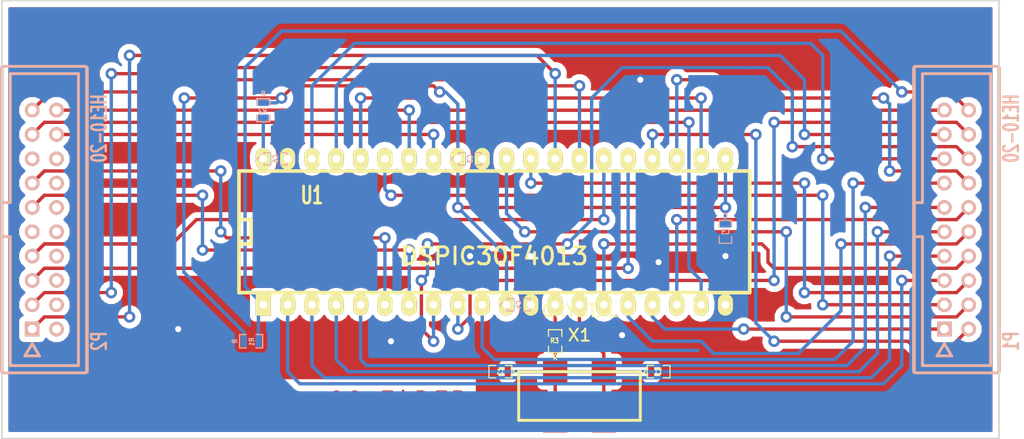
<source format=kicad_pcb>
(kicad_pcb (version 3) (host pcbnew "(2013-03-19 BZR 4004)-stable")

  (general
    (links 56)
    (no_connects 0)
    (area 89.090499 76.124999 196.088 135.35)
    (thickness 1.6)
    (drawings 5)
    (tracks 345)
    (zones 0)
    (modules 13)
    (nets 37)
  )

  (page A3)
  (layers
    (15 Dessus.Cu signal)
    (0 Dessous.Cu signal)
    (16 Dessous.Adhes user)
    (17 Dessus.Adhes user)
    (18 Dessous.Pate user)
    (19 Dessus.Pate user)
    (20 Dessous.SilkS user)
    (21 Dessus.SilkS user)
    (22 Dessous.Masque user)
    (23 Dessus.Masque user)
    (24 Dessin.User user)
    (25 Cmts.User user)
    (26 Eco1.User user)
    (27 Eco2.User user)
    (28 Contours.Ci user)
  )

  (setup
    (last_trace_width 0.35)
    (user_trace_width 0.35)
    (trace_clearance 0.254)
    (zone_clearance 0.608)
    (zone_45_only no)
    (trace_min 0.254)
    (segment_width 0.2)
    (edge_width 0.15)
    (via_size 1.2)
    (via_drill 0.635)
    (via_min_size 0.889)
    (via_min_drill 0.508)
    (uvia_size 0.508)
    (uvia_drill 0.127)
    (uvias_allowed no)
    (uvia_min_size 0.508)
    (uvia_min_drill 0.127)
    (pcb_text_width 0.3)
    (pcb_text_size 1 1)
    (mod_edge_width 0.15)
    (mod_text_size 1 1)
    (mod_text_width 0.15)
    (pad_size 1 1)
    (pad_drill 0.6)
    (pad_to_mask_clearance 0)
    (aux_axis_origin 0 0)
    (visible_elements FFFFFFBF)
    (pcbplotparams
      (layerselection 3178497)
      (usegerberextensions true)
      (excludeedgelayer true)
      (linewidth 152400)
      (plotframeref false)
      (viasonmask false)
      (mode 1)
      (useauxorigin false)
      (hpglpennumber 1)
      (hpglpenspeed 20)
      (hpglpendiameter 15)
      (hpglpenoverlay 2)
      (psnegative false)
      (psa4output false)
      (plotreference true)
      (plotvalue true)
      (plotothertext true)
      (plotinvisibletext false)
      (padsonsilk false)
      (subtractmaskfromsilk false)
      (outputformat 1)
      (mirror false)
      (drillshape 1)
      (scaleselection 1)
      (outputdirectory ""))
  )

  (net 0 "")
  (net 1 +5VD)
  (net 2 /ADC1)
  (net 3 /ADC2)
  (net 4 /D0)
  (net 5 /D1)
  (net 6 /D2)
  (net 7 /D3)
  (net 8 /D4)
  (net 9 /D5)
  (net 10 /D6)
  (net 11 /D7)
  (net 12 /DIR1)
  (net 13 /DIR2)
  (net 14 /IO1)
  (net 15 /IO2)
  (net 16 /OE)
  (net 17 /PGC)
  (net 18 /PGD)
  (net 19 /PWM1)
  (net 20 /PWM2)
  (net 21 /RST)
  (net 22 /RSTXY)
  (net 23 /SCL1)
  (net 24 /SDA1)
  (net 25 /SEL1)
  (net 26 /SEL2)
  (net 27 /U1RX)
  (net 28 /U1TX)
  (net 29 /U2RX)
  (net 30 /U2TX)
  (net 31 /XY)
  (net 32 GND)
  (net 33 N-0000032)
  (net 34 N-0000033)
  (net 35 N-0000045)
  (net 36 N-0000046)

  (net_class Default "Ceci est la Netclass par défaut"
    (clearance 0.254)
    (trace_width 0.35)
    (via_dia 1.2)
    (via_drill 0.635)
    (uvia_dia 0.508)
    (uvia_drill 0.127)
    (add_net "")
    (add_net +5VD)
    (add_net /ADC1)
    (add_net /ADC2)
    (add_net /D0)
    (add_net /D1)
    (add_net /D2)
    (add_net /D3)
    (add_net /D4)
    (add_net /D5)
    (add_net /D6)
    (add_net /D7)
    (add_net /DIR1)
    (add_net /DIR2)
    (add_net /IO1)
    (add_net /IO2)
    (add_net /OE)
    (add_net /PGC)
    (add_net /PGD)
    (add_net /PWM1)
    (add_net /PWM2)
    (add_net /RST)
    (add_net /RSTXY)
    (add_net /SCL1)
    (add_net /SDA1)
    (add_net /SEL1)
    (add_net /SEL2)
    (add_net /U1RX)
    (add_net /U1TX)
    (add_net /U2RX)
    (add_net /U2TX)
    (add_net /XY)
    (add_net GND)
    (add_net N-0000032)
    (add_net N-0000033)
    (add_net N-0000045)
    (add_net N-0000046)
  )

  (module SM0603_Resistor (layer Dessous.Cu) (tedit 5051B21B) (tstamp 51758FC7)
    (at 116.84 87.63 270)
    (path /51744881)
    (attr smd)
    (fp_text reference R2 (at 0.0635 0.0635 540) (layer Dessous.SilkS)
      (effects (font (size 0.50038 0.4572) (thickness 0.1143)) (justify mirror))
    )
    (fp_text value R (at -1.69926 0 540) (layer Dessous.SilkS)
      (effects (font (size 0.508 0.4572) (thickness 0.1143)) (justify mirror))
    )
    (fp_line (start -0.50038 0.6985) (end -1.2065 0.6985) (layer Dessous.SilkS) (width 0.127))
    (fp_line (start -1.2065 0.6985) (end -1.2065 -0.6985) (layer Dessous.SilkS) (width 0.127))
    (fp_line (start -1.2065 -0.6985) (end -0.50038 -0.6985) (layer Dessous.SilkS) (width 0.127))
    (fp_line (start 1.2065 0.6985) (end 0.50038 0.6985) (layer Dessous.SilkS) (width 0.127))
    (fp_line (start 1.2065 0.6985) (end 1.2065 -0.6985) (layer Dessous.SilkS) (width 0.127))
    (fp_line (start 1.2065 -0.6985) (end 0.50038 -0.6985) (layer Dessous.SilkS) (width 0.127))
    (pad 1 smd rect (at -0.762 0 270) (size 0.635 1.143)
      (layers Dessous.Cu Dessous.Pate Dessous.Masque)
      (net 1 +5VD)
    )
    (pad 2 smd rect (at 0.762 0 270) (size 0.635 1.143)
      (layers Dessous.Cu Dessous.Pate Dessous.Masque)
      (net 33 N-0000032)
    )
    (model smd\resistors\R0603.wrl
      (at (xyz 0 0 0.001))
      (scale (xyz 0.5 0.5 0.5))
      (rotate (xyz 0 0 0))
    )
  )

  (module SM0603_Resistor (layer Dessous.Cu) (tedit 5051B21B) (tstamp 51758FD3)
    (at 115.57 111.76)
    (path /51744950)
    (attr smd)
    (fp_text reference R1 (at 0.0635 0.0635 270) (layer Dessous.SilkS)
      (effects (font (size 0.50038 0.4572) (thickness 0.1143)) (justify mirror))
    )
    (fp_text value R (at -1.69926 0 270) (layer Dessous.SilkS)
      (effects (font (size 0.508 0.4572) (thickness 0.1143)) (justify mirror))
    )
    (fp_line (start -0.50038 0.6985) (end -1.2065 0.6985) (layer Dessous.SilkS) (width 0.127))
    (fp_line (start -1.2065 0.6985) (end -1.2065 -0.6985) (layer Dessous.SilkS) (width 0.127))
    (fp_line (start -1.2065 -0.6985) (end -0.50038 -0.6985) (layer Dessous.SilkS) (width 0.127))
    (fp_line (start 1.2065 0.6985) (end 0.50038 0.6985) (layer Dessous.SilkS) (width 0.127))
    (fp_line (start 1.2065 0.6985) (end 1.2065 -0.6985) (layer Dessous.SilkS) (width 0.127))
    (fp_line (start 1.2065 -0.6985) (end 0.50038 -0.6985) (layer Dessous.SilkS) (width 0.127))
    (pad 1 smd rect (at -0.762 0) (size 0.635 1.143)
      (layers Dessous.Cu Dessous.Pate Dessous.Masque)
      (net 1 +5VD)
    )
    (pad 2 smd rect (at 0.762 0) (size 0.635 1.143)
      (layers Dessous.Cu Dessous.Pate Dessous.Masque)
      (net 21 /RST)
    )
    (model smd\resistors\R0603.wrl
      (at (xyz 0 0 0.001))
      (scale (xyz 0.5 0.5 0.5))
      (rotate (xyz 0 0 0))
    )
  )

  (module SM0603_Resistor (layer Dessus.Cu) (tedit 5051B21B) (tstamp 51758FDF)
    (at 147.32 111.76 90)
    (path /517449BA)
    (attr smd)
    (fp_text reference R3 (at 0.0635 -0.0635 180) (layer Dessus.SilkS)
      (effects (font (size 0.50038 0.4572) (thickness 0.1143)))
    )
    (fp_text value R (at -1.69926 0 180) (layer Dessus.SilkS)
      (effects (font (size 0.508 0.4572) (thickness 0.1143)))
    )
    (fp_line (start -0.50038 -0.6985) (end -1.2065 -0.6985) (layer Dessus.SilkS) (width 0.127))
    (fp_line (start -1.2065 -0.6985) (end -1.2065 0.6985) (layer Dessus.SilkS) (width 0.127))
    (fp_line (start -1.2065 0.6985) (end -0.50038 0.6985) (layer Dessus.SilkS) (width 0.127))
    (fp_line (start 1.2065 -0.6985) (end 0.50038 -0.6985) (layer Dessus.SilkS) (width 0.127))
    (fp_line (start 1.2065 -0.6985) (end 1.2065 0.6985) (layer Dessus.SilkS) (width 0.127))
    (fp_line (start 1.2065 0.6985) (end 0.50038 0.6985) (layer Dessus.SilkS) (width 0.127))
    (pad 1 smd rect (at -0.762 0 90) (size 0.635 1.143)
      (layers Dessus.Cu Dessus.Pate Dessus.Masque)
      (net 35 N-0000045)
    )
    (pad 2 smd rect (at 0.762 0 90) (size 0.635 1.143)
      (layers Dessus.Cu Dessus.Pate Dessus.Masque)
      (net 34 N-0000033)
    )
    (model smd\resistors\R0603.wrl
      (at (xyz 0 0 0.001))
      (scale (xyz 0.5 0.5 0.5))
      (rotate (xyz 0 0 0))
    )
  )

  (module SM0603_Capa (layer Dessus.Cu) (tedit 5051B1EC) (tstamp 51758FEB)
    (at 141.605 114.935 180)
    (path /517449C9)
    (attr smd)
    (fp_text reference C1 (at 0 0 270) (layer Dessus.SilkS)
      (effects (font (size 0.508 0.4572) (thickness 0.1143)))
    )
    (fp_text value C (at -1.651 0 270) (layer Dessus.SilkS)
      (effects (font (size 0.508 0.4572) (thickness 0.1143)))
    )
    (fp_line (start 0.50038 0.65024) (end 1.19888 0.65024) (layer Dessus.SilkS) (width 0.11938))
    (fp_line (start -0.50038 0.65024) (end -1.19888 0.65024) (layer Dessus.SilkS) (width 0.11938))
    (fp_line (start 0.50038 -0.65024) (end 1.19888 -0.65024) (layer Dessus.SilkS) (width 0.11938))
    (fp_line (start -1.19888 -0.65024) (end -0.50038 -0.65024) (layer Dessus.SilkS) (width 0.11938))
    (fp_line (start 1.19888 -0.635) (end 1.19888 0.635) (layer Dessus.SilkS) (width 0.11938))
    (fp_line (start -1.19888 0.635) (end -1.19888 -0.635) (layer Dessus.SilkS) (width 0.11938))
    (pad 1 smd rect (at -0.762 0 180) (size 0.635 1.143)
      (layers Dessus.Cu Dessus.Pate Dessus.Masque)
      (net 35 N-0000045)
    )
    (pad 2 smd rect (at 0.762 0 180) (size 0.635 1.143)
      (layers Dessus.Cu Dessus.Pate Dessus.Masque)
      (net 32 GND)
    )
    (model smd\capacitors\C0603.wrl
      (at (xyz 0 0 0.001))
      (scale (xyz 0.5 0.5 0.5))
      (rotate (xyz 0 0 0))
    )
  )

  (module SM0603_Capa (layer Dessus.Cu) (tedit 5051B1EC) (tstamp 51758FF7)
    (at 158.115 114.935)
    (path /517449D8)
    (attr smd)
    (fp_text reference C2 (at 0 0 90) (layer Dessus.SilkS)
      (effects (font (size 0.508 0.4572) (thickness 0.1143)))
    )
    (fp_text value C (at -1.651 0 90) (layer Dessus.SilkS)
      (effects (font (size 0.508 0.4572) (thickness 0.1143)))
    )
    (fp_line (start 0.50038 0.65024) (end 1.19888 0.65024) (layer Dessus.SilkS) (width 0.11938))
    (fp_line (start -0.50038 0.65024) (end -1.19888 0.65024) (layer Dessus.SilkS) (width 0.11938))
    (fp_line (start 0.50038 -0.65024) (end 1.19888 -0.65024) (layer Dessus.SilkS) (width 0.11938))
    (fp_line (start -1.19888 -0.65024) (end -0.50038 -0.65024) (layer Dessus.SilkS) (width 0.11938))
    (fp_line (start 1.19888 -0.635) (end 1.19888 0.635) (layer Dessus.SilkS) (width 0.11938))
    (fp_line (start -1.19888 0.635) (end -1.19888 -0.635) (layer Dessus.SilkS) (width 0.11938))
    (pad 1 smd rect (at -0.762 0) (size 0.635 1.143)
      (layers Dessus.Cu Dessus.Pate Dessus.Masque)
      (net 36 N-0000046)
    )
    (pad 2 smd rect (at 0.762 0) (size 0.635 1.143)
      (layers Dessus.Cu Dessus.Pate Dessus.Masque)
      (net 32 GND)
    )
    (model smd\capacitors\C0603.wrl
      (at (xyz 0 0 0.001))
      (scale (xyz 0.5 0.5 0.5))
      (rotate (xyz 0 0 0))
    )
  )

  (module QTZ (layer Dessus.Cu) (tedit 438E21F1) (tstamp 51759003)
    (at 149.86 117.475)
    (path /517449E7)
    (fp_text reference X1 (at 0 -6.35) (layer Dessus.SilkS)
      (effects (font (size 1.27 1.27) (thickness 0.2032)))
    )
    (fp_text value CRYSTAL (at 0 -8.89) (layer Dessus.SilkS)
      (effects (font (size 1.27 1.27) (thickness 0.2032)))
    )
    (fp_line (start -6.35 -2.54) (end 6.35 -2.54) (layer Dessus.SilkS) (width 0.3048))
    (fp_line (start 6.35 -2.54) (end 6.35 2.54) (layer Dessus.SilkS) (width 0.3048))
    (fp_line (start 6.35 2.54) (end -6.35 2.54) (layer Dessus.SilkS) (width 0.3048))
    (fp_line (start -6.35 2.54) (end -6.35 -2.54) (layer Dessus.SilkS) (width 0.3048))
    (pad 1 smd rect (at -2.54 -2.54) (size 2.54 2.54)
      (layers Dessus.Cu Dessus.Pate Dessus.Masque)
      (net 35 N-0000045)
    )
    (pad 2 smd rect (at 2.54 -2.54) (size 2.54 2.54)
      (layers Dessus.Cu Dessus.Pate Dessus.Masque)
      (net 36 N-0000046)
    )
    (pad 2 smd rect (at 2.54 2.54) (size 2.54 2.54)
      (layers Dessus.Cu Dessus.Pate Dessus.Masque)
      (net 36 N-0000046)
    )
    (pad 1 smd rect (at -2.54 2.54) (size 2.54 2.54)
      (layers Dessus.Cu Dessus.Pate Dessus.Masque)
      (net 35 N-0000045)
    )
    (model F:/electronique/git-f4deb-cen-electronic-library/wings/Quartz-cms.wrl
      (at (xyz 0 0 0))
      (scale (xyz 1 1 1))
      (rotate (xyz 0 0 0))
    )
  )

  (module DIP-40__600_ELL (layer Dessus.Cu) (tedit 200000) (tstamp 51759086)
    (at 140.97 100.33)
    (descr "Module Dil 40 pins, pads elliptiques, e=600 mils")
    (tags DIL)
    (path /5174480C)
    (fp_text reference U1 (at -19.05 -3.81) (layer Dessus.SilkS)
      (effects (font (size 1.778 1.143) (thickness 0.3048)))
    )
    (fp_text value DSPIC30F4013 (at 0 2.54) (layer Dessus.SilkS)
      (effects (font (size 1.778 1.778) (thickness 0.3048)))
    )
    (fp_line (start -26.67 -1.27) (end -25.4 -1.27) (layer Dessus.SilkS) (width 0.381))
    (fp_line (start -25.4 -1.27) (end -25.4 1.27) (layer Dessus.SilkS) (width 0.381))
    (fp_line (start -25.4 1.27) (end -26.67 1.27) (layer Dessus.SilkS) (width 0.381))
    (fp_line (start -26.67 -6.35) (end 26.67 -6.35) (layer Dessus.SilkS) (width 0.381))
    (fp_line (start 26.67 -6.35) (end 26.67 6.35) (layer Dessus.SilkS) (width 0.381))
    (fp_line (start 26.67 6.35) (end -26.67 6.35) (layer Dessus.SilkS) (width 0.381))
    (fp_line (start -26.67 6.35) (end -26.67 -6.35) (layer Dessus.SilkS) (width 0.381))
    (pad 1 thru_hole rect (at -24.13 7.62) (size 1.5748 2.286) (drill 0.8128)
      (layers *.Cu *.Mask Dessus.SilkS)
      (net 21 /RST)
    )
    (pad 2 thru_hole oval (at -21.59 7.62) (size 1.5748 2.286) (drill 0.8128)
      (layers *.Cu *.Mask Dessus.SilkS)
      (net 4 /D0)
    )
    (pad 3 thru_hole oval (at -19.05 7.62) (size 1.5748 2.286) (drill 0.8128)
      (layers *.Cu *.Mask Dessus.SilkS)
      (net 5 /D1)
    )
    (pad 4 thru_hole oval (at -16.51 7.62) (size 1.5748 2.286) (drill 0.8128)
      (layers *.Cu *.Mask Dessus.SilkS)
      (net 6 /D2)
    )
    (pad 5 thru_hole oval (at -13.97 7.62) (size 1.5748 2.286) (drill 0.8128)
      (layers *.Cu *.Mask Dessus.SilkS)
      (net 7 /D3)
    )
    (pad 6 thru_hole oval (at -11.43 7.62) (size 1.5748 2.286) (drill 0.8128)
      (layers *.Cu *.Mask Dessus.SilkS)
      (net 3 /ADC2)
    )
    (pad 7 thru_hole oval (at -8.89 7.62) (size 1.5748 2.286) (drill 0.8128)
      (layers *.Cu *.Mask Dessus.SilkS)
      (net 2 /ADC1)
    )
    (pad 8 thru_hole oval (at -6.35 7.62) (size 1.5748 2.286) (drill 0.8128)
      (layers *.Cu *.Mask Dessus.SilkS)
      (net 17 /PGC)
    )
    (pad 9 thru_hole oval (at -3.81 7.62) (size 1.5748 2.286) (drill 0.8128)
      (layers *.Cu *.Mask Dessus.SilkS)
      (net 18 /PGD)
    )
    (pad 10 thru_hole oval (at -1.27 7.62) (size 1.5748 2.286) (drill 0.8128)
      (layers *.Cu *.Mask Dessus.SilkS)
      (net 8 /D4)
    )
    (pad 11 thru_hole oval (at 1.27 7.62) (size 1.5748 2.286) (drill 0.8128)
      (layers *.Cu *.Mask Dessus.SilkS)
      (net 1 +5VD)
    )
    (pad 12 thru_hole oval (at 3.81 7.62) (size 1.5748 2.286) (drill 0.8128)
      (layers *.Cu *.Mask Dessus.SilkS)
      (net 32 GND)
    )
    (pad 13 thru_hole oval (at 6.35 7.62) (size 1.5748 2.286) (drill 0.8128)
      (layers *.Cu *.Mask Dessus.SilkS)
      (net 34 N-0000033)
    )
    (pad 14 thru_hole oval (at 8.89 7.62) (size 1.5748 2.286) (drill 0.8128)
      (layers *.Cu *.Mask Dessus.SilkS)
      (net 36 N-0000046)
    )
    (pad 15 thru_hole oval (at 11.43 7.62) (size 1.5748 2.286) (drill 0.8128)
      (layers *.Cu *.Mask Dessus.SilkS)
      (net 28 /U1TX)
    )
    (pad 16 thru_hole oval (at 13.97 7.62) (size 1.5748 2.286) (drill 0.8128)
      (layers *.Cu *.Mask Dessus.SilkS)
      (net 27 /U1RX)
    )
    (pad 17 thru_hole oval (at 16.51 7.62) (size 1.5748 2.286) (drill 0.8128)
      (layers *.Cu *.Mask Dessus.SilkS)
      (net 31 /XY)
    )
    (pad 18 thru_hole oval (at 19.05 7.62) (size 1.5748 2.286) (drill 0.8128)
      (layers *.Cu *.Mask Dessus.SilkS)
      (net 15 /IO2)
    )
    (pad 19 thru_hole oval (at 21.59 7.62) (size 1.5748 2.286) (drill 0.8128)
      (layers *.Cu *.Mask Dessus.SilkS)
      (net 12 /DIR1)
    )
    (pad 20 thru_hole oval (at 24.13 7.62) (size 1.5748 2.286) (drill 0.8128)
      (layers *.Cu *.Mask Dessus.SilkS)
      (net 32 GND)
    )
    (pad 21 thru_hole oval (at 24.13 -7.62) (size 1.5748 2.286) (drill 0.8128)
      (layers *.Cu *.Mask Dessus.SilkS)
      (net 1 +5VD)
    )
    (pad 22 thru_hole oval (at 21.59 -7.62) (size 1.5748 2.286) (drill 0.8128)
      (layers *.Cu *.Mask Dessus.SilkS)
      (net 19 /PWM1)
    )
    (pad 23 thru_hole oval (at 19.05 -7.62) (size 1.5748 2.286) (drill 0.8128)
      (layers *.Cu *.Mask Dessus.SilkS)
      (net 14 /IO1)
    )
    (pad 24 thru_hole oval (at 16.51 -7.62) (size 1.5748 2.286) (drill 0.8128)
      (layers *.Cu *.Mask Dessus.SilkS)
      (net 22 /RSTXY)
    )
    (pad 25 thru_hole oval (at 13.97 -7.62) (size 1.5748 2.286) (drill 0.8128)
      (layers *.Cu *.Mask Dessus.SilkS)
      (net 23 /SCL1)
    )
    (pad 26 thru_hole oval (at 11.43 -7.62) (size 1.5748 2.286) (drill 0.8128)
      (layers *.Cu *.Mask Dessus.SilkS)
      (net 24 /SDA1)
    )
    (pad 27 thru_hole oval (at 8.89 -7.62) (size 1.5748 2.286) (drill 0.8128)
      (layers *.Cu *.Mask Dessus.SilkS)
      (net 30 /U2TX)
    )
    (pad 28 thru_hole oval (at 6.35 -7.62) (size 1.5748 2.286) (drill 0.8128)
      (layers *.Cu *.Mask Dessus.SilkS)
      (net 29 /U2RX)
    )
    (pad 29 thru_hole oval (at 3.81 -7.62) (size 1.5748 2.286) (drill 0.8128)
      (layers *.Cu *.Mask Dessus.SilkS)
      (net 26 /SEL2)
    )
    (pad 30 thru_hole oval (at 1.27 -7.62) (size 1.5748 2.286) (drill 0.8128)
      (layers *.Cu *.Mask Dessus.SilkS)
      (net 25 /SEL1)
    )
    (pad 31 thru_hole oval (at -1.27 -7.62) (size 1.5748 2.286) (drill 0.8128)
      (layers *.Cu *.Mask Dessus.SilkS)
      (net 32 GND)
    )
    (pad 32 thru_hole oval (at -3.81 -7.62) (size 1.5748 2.286) (drill 0.8128)
      (layers *.Cu *.Mask Dessus.SilkS)
      (net 1 +5VD)
    )
    (pad 33 thru_hole oval (at -6.35 -7.62) (size 1.5748 2.286) (drill 0.8128)
      (layers *.Cu *.Mask Dessus.SilkS)
      (net 13 /DIR2)
    )
    (pad 34 thru_hole oval (at -8.89 -7.62) (size 1.5748 2.286) (drill 0.8128)
      (layers *.Cu *.Mask Dessus.SilkS)
      (net 20 /PWM2)
    )
    (pad 35 thru_hole oval (at -11.43 -7.62) (size 1.5748 2.286) (drill 0.8128)
      (layers *.Cu *.Mask Dessus.SilkS)
      (net 16 /OE)
    )
    (pad 36 thru_hole oval (at -13.97 -7.62) (size 1.5748 2.286) (drill 0.8128)
      (layers *.Cu *.Mask Dessus.SilkS)
      (net 11 /D7)
    )
    (pad 37 thru_hole oval (at -16.51 -7.62) (size 1.5748 2.286) (drill 0.8128)
      (layers *.Cu *.Mask Dessus.SilkS)
      (net 10 /D6)
    )
    (pad 38 thru_hole oval (at -19.05 -7.62) (size 1.5748 2.286) (drill 0.8128)
      (layers *.Cu *.Mask Dessus.SilkS)
      (net 9 /D5)
    )
    (pad 39 thru_hole oval (at -21.59 -7.62) (size 1.5748 2.286) (drill 0.8128)
      (layers *.Cu *.Mask Dessus.SilkS)
      (net 32 GND)
    )
    (pad 40 thru_hole oval (at -24.13 -7.62) (size 1.5748 2.286) (drill 0.8128)
      (layers *.Cu *.Mask Dessus.SilkS)
      (net 33 N-0000032)
    )
    (model dil\dil_40-w600.wrl
      (at (xyz 0 0 0))
      (scale (xyz 1 1 1))
      (rotate (xyz 0 0 0))
    )
  )

  (module SM0603_Capa (layer Dessous.Cu) (tedit 5051B1EC) (tstamp 517595C9)
    (at 138.43 92.71)
    (path /51759562)
    (attr smd)
    (fp_text reference C3 (at 0 0 270) (layer Dessous.SilkS)
      (effects (font (size 0.508 0.4572) (thickness 0.1143)) (justify mirror))
    )
    (fp_text value C (at -1.651 0 270) (layer Dessous.SilkS)
      (effects (font (size 0.508 0.4572) (thickness 0.1143)) (justify mirror))
    )
    (fp_line (start 0.50038 -0.65024) (end 1.19888 -0.65024) (layer Dessous.SilkS) (width 0.11938))
    (fp_line (start -0.50038 -0.65024) (end -1.19888 -0.65024) (layer Dessous.SilkS) (width 0.11938))
    (fp_line (start 0.50038 0.65024) (end 1.19888 0.65024) (layer Dessous.SilkS) (width 0.11938))
    (fp_line (start -1.19888 0.65024) (end -0.50038 0.65024) (layer Dessous.SilkS) (width 0.11938))
    (fp_line (start 1.19888 0.635) (end 1.19888 -0.635) (layer Dessous.SilkS) (width 0.11938))
    (fp_line (start -1.19888 -0.635) (end -1.19888 0.635) (layer Dessous.SilkS) (width 0.11938))
    (pad 1 smd rect (at -0.762 0) (size 0.635 1.143)
      (layers Dessous.Cu Dessous.Pate Dessous.Masque)
      (net 1 +5VD)
    )
    (pad 2 smd rect (at 0.762 0) (size 0.635 1.143)
      (layers Dessous.Cu Dessous.Pate Dessous.Masque)
      (net 32 GND)
    )
    (model smd\capacitors\C0603.wrl
      (at (xyz 0 0 0.001))
      (scale (xyz 0.5 0.5 0.5))
      (rotate (xyz 0 0 0))
    )
  )

  (module SM0603_Capa (layer Dessous.Cu) (tedit 5051B1EC) (tstamp 517595D5)
    (at 143.51 107.95)
    (path /5175956F)
    (attr smd)
    (fp_text reference C4 (at 0 0 270) (layer Dessous.SilkS)
      (effects (font (size 0.508 0.4572) (thickness 0.1143)) (justify mirror))
    )
    (fp_text value C (at -1.651 0 270) (layer Dessous.SilkS)
      (effects (font (size 0.508 0.4572) (thickness 0.1143)) (justify mirror))
    )
    (fp_line (start 0.50038 -0.65024) (end 1.19888 -0.65024) (layer Dessous.SilkS) (width 0.11938))
    (fp_line (start -0.50038 -0.65024) (end -1.19888 -0.65024) (layer Dessous.SilkS) (width 0.11938))
    (fp_line (start 0.50038 0.65024) (end 1.19888 0.65024) (layer Dessous.SilkS) (width 0.11938))
    (fp_line (start -1.19888 0.65024) (end -0.50038 0.65024) (layer Dessous.SilkS) (width 0.11938))
    (fp_line (start 1.19888 0.635) (end 1.19888 -0.635) (layer Dessous.SilkS) (width 0.11938))
    (fp_line (start -1.19888 -0.635) (end -1.19888 0.635) (layer Dessous.SilkS) (width 0.11938))
    (pad 1 smd rect (at -0.762 0) (size 0.635 1.143)
      (layers Dessous.Cu Dessous.Pate Dessous.Masque)
      (net 1 +5VD)
    )
    (pad 2 smd rect (at 0.762 0) (size 0.635 1.143)
      (layers Dessous.Cu Dessous.Pate Dessous.Masque)
      (net 32 GND)
    )
    (model smd\capacitors\C0603.wrl
      (at (xyz 0 0 0.001))
      (scale (xyz 0.5 0.5 0.5))
      (rotate (xyz 0 0 0))
    )
  )

  (module SM0603_Capa (layer Dessous.Cu) (tedit 5051B1EC) (tstamp 517595E1)
    (at 165.1 100.33 270)
    (path /51759575)
    (attr smd)
    (fp_text reference C5 (at 0 0 540) (layer Dessous.SilkS)
      (effects (font (size 0.508 0.4572) (thickness 0.1143)) (justify mirror))
    )
    (fp_text value C (at -1.651 0 540) (layer Dessous.SilkS)
      (effects (font (size 0.508 0.4572) (thickness 0.1143)) (justify mirror))
    )
    (fp_line (start 0.50038 -0.65024) (end 1.19888 -0.65024) (layer Dessous.SilkS) (width 0.11938))
    (fp_line (start -0.50038 -0.65024) (end -1.19888 -0.65024) (layer Dessous.SilkS) (width 0.11938))
    (fp_line (start 0.50038 0.65024) (end 1.19888 0.65024) (layer Dessous.SilkS) (width 0.11938))
    (fp_line (start -1.19888 0.65024) (end -0.50038 0.65024) (layer Dessous.SilkS) (width 0.11938))
    (fp_line (start 1.19888 0.635) (end 1.19888 -0.635) (layer Dessous.SilkS) (width 0.11938))
    (fp_line (start -1.19888 -0.635) (end -1.19888 0.635) (layer Dessous.SilkS) (width 0.11938))
    (pad 1 smd rect (at -0.762 0 270) (size 0.635 1.143)
      (layers Dessous.Cu Dessous.Pate Dessous.Masque)
      (net 1 +5VD)
    )
    (pad 2 smd rect (at 0.762 0 270) (size 0.635 1.143)
      (layers Dessous.Cu Dessous.Pate Dessous.Masque)
      (net 32 GND)
    )
    (model smd\capacitors\C0603.wrl
      (at (xyz 0 0 0.001))
      (scale (xyz 0.5 0.5 0.5))
      (rotate (xyz 0 0 0))
    )
  )

  (module SM0603_Capa (layer Dessous.Cu) (tedit 5051B1EC) (tstamp 517595ED)
    (at 118.11 92.71)
    (path /5175957B)
    (attr smd)
    (fp_text reference C6 (at 0 0 270) (layer Dessous.SilkS)
      (effects (font (size 0.508 0.4572) (thickness 0.1143)) (justify mirror))
    )
    (fp_text value C (at -1.651 0 270) (layer Dessous.SilkS)
      (effects (font (size 0.508 0.4572) (thickness 0.1143)) (justify mirror))
    )
    (fp_line (start 0.50038 -0.65024) (end 1.19888 -0.65024) (layer Dessous.SilkS) (width 0.11938))
    (fp_line (start -0.50038 -0.65024) (end -1.19888 -0.65024) (layer Dessous.SilkS) (width 0.11938))
    (fp_line (start 0.50038 0.65024) (end 1.19888 0.65024) (layer Dessous.SilkS) (width 0.11938))
    (fp_line (start -1.19888 0.65024) (end -0.50038 0.65024) (layer Dessous.SilkS) (width 0.11938))
    (fp_line (start 1.19888 0.635) (end 1.19888 -0.635) (layer Dessous.SilkS) (width 0.11938))
    (fp_line (start -1.19888 -0.635) (end -1.19888 0.635) (layer Dessous.SilkS) (width 0.11938))
    (pad 1 smd rect (at -0.762 0) (size 0.635 1.143)
      (layers Dessous.Cu Dessous.Pate Dessous.Masque)
      (net 33 N-0000032)
    )
    (pad 2 smd rect (at 0.762 0) (size 0.635 1.143)
      (layers Dessous.Cu Dessous.Pate Dessous.Masque)
      (net 32 GND)
    )
    (model smd\capacitors\C0603.wrl
      (at (xyz 0 0 0.001))
      (scale (xyz 0.5 0.5 0.5))
      (rotate (xyz 0 0 0))
    )
  )

  (module HE10_20 (layer Dessous.Cu) (tedit 4F736CD6) (tstamp 51759053)
    (at 93.98 99.06 90)
    (descr "Connecteur HE10 20 contacts droit")
    (tags "CONN HE10")
    (path /517447FD)
    (fp_text reference P2 (at -12.7 5.715 90) (layer Dessous.SilkS)
      (effects (font (size 1.524 1.016) (thickness 0.254)) (justify mirror))
    )
    (fp_text value HE10-20 (at 9.525 5.715 90) (layer Dessous.SilkS)
      (effects (font (size 1.524 1.016) (thickness 0.254)) (justify mirror))
    )
    (fp_line (start -15.875 -4.445) (end 15.875 -4.445) (layer Dessous.SilkS) (width 0.381))
    (fp_line (start -15.875 4.445) (end 15.875 4.445) (layer Dessous.SilkS) (width 0.381))
    (fp_line (start -1.778 -4.318) (end -1.778 -3.556) (layer Dessous.SilkS) (width 0.3048))
    (fp_line (start -1.778 -3.556) (end -15.24 -3.556) (layer Dessous.SilkS) (width 0.3048))
    (fp_line (start -15.24 -3.556) (end -15.24 3.556) (layer Dessous.SilkS) (width 0.3048))
    (fp_line (start -15.24 3.556) (end 15.24 3.556) (layer Dessous.SilkS) (width 0.3048))
    (fp_line (start 15.24 3.556) (end 15.24 -3.556) (layer Dessous.SilkS) (width 0.3048))
    (fp_line (start 15.24 -3.556) (end 1.778 -3.556) (layer Dessous.SilkS) (width 0.3048))
    (fp_line (start 1.778 -3.556) (end 1.778 -4.318) (layer Dessous.SilkS) (width 0.3048))
    (fp_line (start -12.954 -1.27) (end -14.224 -0.508) (layer Dessous.SilkS) (width 0.3048))
    (fp_line (start -14.224 -0.508) (end -14.224 -2.032) (layer Dessous.SilkS) (width 0.3048))
    (fp_line (start -14.224 -2.032) (end -12.954 -1.27) (layer Dessous.SilkS) (width 0.3048))
    (fp_line (start -16.002 4.318) (end -16.002 -4.318) (layer Dessous.SilkS) (width 0.3048))
    (fp_line (start 16.002 -4.318) (end 16.002 4.318) (layer Dessous.SilkS) (width 0.3048))
    (pad 1 thru_hole rect (at -11.43 -1.27 90) (size 1.524 1.524) (drill 0.9144)
      (layers *.Cu *.Mask Dessous.SilkS)
      (net 29 /U2RX)
    )
    (pad 2 thru_hole circle (at -11.43 1.27 90) (size 1.524 1.524) (drill 0.9144)
      (layers *.Cu *.Mask Dessous.SilkS)
    )
    (pad 3 thru_hole circle (at -8.89 -1.27 90) (size 1.524 1.524) (drill 0.9144)
      (layers *.Cu *.Mask Dessous.SilkS)
      (net 30 /U2TX)
    )
    (pad 4 thru_hole circle (at -8.89 1.27 90) (size 1.524 1.524) (drill 0.9144)
      (layers *.Cu *.Mask Dessous.SilkS)
    )
    (pad 5 thru_hole circle (at -6.35 -1.27 90) (size 1.524 1.524) (drill 0.9144)
      (layers *.Cu *.Mask Dessous.SilkS)
      (net 23 /SCL1)
    )
    (pad 6 thru_hole circle (at -6.35 1.27 90) (size 1.524 1.524) (drill 0.9144)
      (layers *.Cu *.Mask Dessous.SilkS)
    )
    (pad 7 thru_hole circle (at -3.81 -1.27 90) (size 1.524 1.524) (drill 0.9144)
      (layers *.Cu *.Mask Dessous.SilkS)
      (net 24 /SDA1)
    )
    (pad 8 thru_hole circle (at -3.81 1.27 90) (size 1.524 1.524) (drill 0.9144)
      (layers *.Cu *.Mask Dessous.SilkS)
    )
    (pad 9 thru_hole circle (at -1.27 -1.27 90) (size 1.524 1.524) (drill 0.9144)
      (layers *.Cu *.Mask Dessous.SilkS)
    )
    (pad 10 thru_hole circle (at -1.27 1.27 90) (size 1.524 1.524) (drill 0.9144)
      (layers *.Cu *.Mask Dessous.SilkS)
    )
    (pad 11 thru_hole circle (at 1.27 -1.27 90) (size 1.524 1.524) (drill 0.9144)
      (layers *.Cu *.Mask Dessous.SilkS)
      (net 2 /ADC1)
    )
    (pad 12 thru_hole circle (at 1.27 1.27 90) (size 1.524 1.524) (drill 0.9144)
      (layers *.Cu *.Mask Dessous.SilkS)
    )
    (pad 13 thru_hole circle (at 3.81 -1.27 90) (size 1.524 1.524) (drill 0.9144)
      (layers *.Cu *.Mask Dessous.SilkS)
      (net 3 /ADC2)
    )
    (pad 14 thru_hole circle (at 3.81 1.27 90) (size 1.524 1.524) (drill 0.9144)
      (layers *.Cu *.Mask Dessous.SilkS)
    )
    (pad 15 thru_hole circle (at 6.35 -1.27 90) (size 1.524 1.524) (drill 0.9144)
      (layers *.Cu *.Mask Dessous.SilkS)
    )
    (pad 16 thru_hole circle (at 6.35 1.27 90) (size 1.524 1.524) (drill 0.9144)
      (layers *.Cu *.Mask Dessous.SilkS)
    )
    (pad 17 thru_hole circle (at 8.89 -1.27 90) (size 1.524 1.524) (drill 0.9144)
      (layers *.Cu *.Mask Dessous.SilkS)
      (net 12 /DIR1)
    )
    (pad 18 thru_hole circle (at 8.89 1.27 90) (size 1.524 1.524) (drill 0.9144)
      (layers *.Cu *.Mask Dessous.SilkS)
      (net 13 /DIR2)
    )
    (pad 19 thru_hole circle (at 11.43 -1.27 90) (size 1.524 1.524) (drill 0.9144)
      (layers *.Cu *.Mask Dessous.SilkS)
      (net 19 /PWM1)
    )
    (pad 20 thru_hole circle (at 11.43 1.27 90) (size 1.524 1.524) (drill 0.9144)
      (layers *.Cu *.Mask Dessous.SilkS)
      (net 20 /PWM2)
    )
    (model F:/electronique/git-f4deb-cen-electronic-library/wings/he10_20d.wrl
      (at (xyz 0 0 0))
      (scale (xyz 1 1 1))
      (rotate (xyz 0 0 0))
    )
  )

  (module HE10_20 (layer Dessous.Cu) (tedit 4F736CD6) (tstamp 5175902B)
    (at 189.23 99.06 90)
    (descr "Connecteur HE10 20 contacts droit")
    (tags "CONN HE10")
    (path /517447EE)
    (fp_text reference P1 (at -12.7 5.715 90) (layer Dessous.SilkS)
      (effects (font (size 1.524 1.016) (thickness 0.254)) (justify mirror))
    )
    (fp_text value HE10-20 (at 9.525 5.715 90) (layer Dessous.SilkS)
      (effects (font (size 1.524 1.016) (thickness 0.254)) (justify mirror))
    )
    (fp_line (start -15.875 -4.445) (end 15.875 -4.445) (layer Dessous.SilkS) (width 0.381))
    (fp_line (start -15.875 4.445) (end 15.875 4.445) (layer Dessous.SilkS) (width 0.381))
    (fp_line (start -1.778 -4.318) (end -1.778 -3.556) (layer Dessous.SilkS) (width 0.3048))
    (fp_line (start -1.778 -3.556) (end -15.24 -3.556) (layer Dessous.SilkS) (width 0.3048))
    (fp_line (start -15.24 -3.556) (end -15.24 3.556) (layer Dessous.SilkS) (width 0.3048))
    (fp_line (start -15.24 3.556) (end 15.24 3.556) (layer Dessous.SilkS) (width 0.3048))
    (fp_line (start 15.24 3.556) (end 15.24 -3.556) (layer Dessous.SilkS) (width 0.3048))
    (fp_line (start 15.24 -3.556) (end 1.778 -3.556) (layer Dessous.SilkS) (width 0.3048))
    (fp_line (start 1.778 -3.556) (end 1.778 -4.318) (layer Dessous.SilkS) (width 0.3048))
    (fp_line (start -12.954 -1.27) (end -14.224 -0.508) (layer Dessous.SilkS) (width 0.3048))
    (fp_line (start -14.224 -0.508) (end -14.224 -2.032) (layer Dessous.SilkS) (width 0.3048))
    (fp_line (start -14.224 -2.032) (end -12.954 -1.27) (layer Dessous.SilkS) (width 0.3048))
    (fp_line (start -16.002 4.318) (end -16.002 -4.318) (layer Dessous.SilkS) (width 0.3048))
    (fp_line (start 16.002 -4.318) (end 16.002 4.318) (layer Dessous.SilkS) (width 0.3048))
    (pad 1 thru_hole rect (at -11.43 -1.27 90) (size 1.524 1.524) (drill 0.9144)
      (layers *.Cu *.Mask Dessous.SilkS)
      (net 31 /XY)
    )
    (pad 2 thru_hole circle (at -11.43 1.27 90) (size 1.524 1.524) (drill 0.9144)
      (layers *.Cu *.Mask Dessous.SilkS)
      (net 22 /RSTXY)
    )
    (pad 3 thru_hole circle (at -8.89 -1.27 90) (size 1.524 1.524) (drill 0.9144)
      (layers *.Cu *.Mask Dessous.SilkS)
      (net 16 /OE)
    )
    (pad 4 thru_hole circle (at -8.89 1.27 90) (size 1.524 1.524) (drill 0.9144)
      (layers *.Cu *.Mask Dessous.SilkS)
      (net 25 /SEL1)
    )
    (pad 5 thru_hole circle (at -6.35 -1.27 90) (size 1.524 1.524) (drill 0.9144)
      (layers *.Cu *.Mask Dessous.SilkS)
      (net 4 /D0)
    )
    (pad 6 thru_hole circle (at -6.35 1.27 90) (size 1.524 1.524) (drill 0.9144)
      (layers *.Cu *.Mask Dessous.SilkS)
      (net 26 /SEL2)
    )
    (pad 7 thru_hole circle (at -3.81 -1.27 90) (size 1.524 1.524) (drill 0.9144)
      (layers *.Cu *.Mask Dessous.SilkS)
      (net 5 /D1)
    )
    (pad 8 thru_hole circle (at -3.81 1.27 90) (size 1.524 1.524) (drill 0.9144)
      (layers *.Cu *.Mask Dessous.SilkS)
      (net 28 /U1TX)
    )
    (pad 9 thru_hole circle (at -1.27 -1.27 90) (size 1.524 1.524) (drill 0.9144)
      (layers *.Cu *.Mask Dessous.SilkS)
      (net 6 /D2)
    )
    (pad 10 thru_hole circle (at -1.27 1.27 90) (size 1.524 1.524) (drill 0.9144)
      (layers *.Cu *.Mask Dessous.SilkS)
      (net 27 /U1RX)
    )
    (pad 11 thru_hole circle (at 1.27 -1.27 90) (size 1.524 1.524) (drill 0.9144)
      (layers *.Cu *.Mask Dessous.SilkS)
      (net 7 /D3)
    )
    (pad 12 thru_hole circle (at 1.27 1.27 90) (size 1.524 1.524) (drill 0.9144)
      (layers *.Cu *.Mask Dessous.SilkS)
      (net 15 /IO2)
    )
    (pad 13 thru_hole circle (at 3.81 -1.27 90) (size 1.524 1.524) (drill 0.9144)
      (layers *.Cu *.Mask Dessous.SilkS)
      (net 8 /D4)
    )
    (pad 14 thru_hole circle (at 3.81 1.27 90) (size 1.524 1.524) (drill 0.9144)
      (layers *.Cu *.Mask Dessous.SilkS)
      (net 14 /IO1)
    )
    (pad 15 thru_hole circle (at 6.35 -1.27 90) (size 1.524 1.524) (drill 0.9144)
      (layers *.Cu *.Mask Dessous.SilkS)
      (net 9 /D5)
    )
    (pad 16 thru_hole circle (at 6.35 1.27 90) (size 1.524 1.524) (drill 0.9144)
      (layers *.Cu *.Mask Dessous.SilkS)
      (net 17 /PGC)
    )
    (pad 17 thru_hole circle (at 8.89 -1.27 90) (size 1.524 1.524) (drill 0.9144)
      (layers *.Cu *.Mask Dessous.SilkS)
      (net 10 /D6)
    )
    (pad 18 thru_hole circle (at 8.89 1.27 90) (size 1.524 1.524) (drill 0.9144)
      (layers *.Cu *.Mask Dessous.SilkS)
      (net 18 /PGD)
    )
    (pad 19 thru_hole circle (at 11.43 -1.27 90) (size 1.524 1.524) (drill 0.9144)
      (layers *.Cu *.Mask Dessous.SilkS)
      (net 11 /D7)
    )
    (pad 20 thru_hole circle (at 11.43 1.27 90) (size 1.524 1.524) (drill 0.9144)
      (layers *.Cu *.Mask Dessous.SilkS)
      (net 21 /RST)
    )
    (model F:/electronique/git-f4deb-cen-electronic-library/wings/he10_20d.wrl
      (at (xyz 0 0 0))
      (scale (xyz 1 1 1))
      (rotate (xyz 0 0 0))
    )
  )

  (gr_text "DSPIC_40 V1-00 F4DEB" (at 120.015 118.11) (layer Dessus.Cu)
    (effects (font (size 2 2) (thickness 0.25)))
  )
  (gr_line (start 193.675 76.2) (end 89.535 76.2) (angle 90) (layer Contours.Ci) (width 0.15))
  (gr_line (start 193.675 121.92) (end 193.675 76.2) (angle 90) (layer Contours.Ci) (width 0.15))
  (gr_line (start 89.535 121.92) (end 193.675 121.92) (angle 90) (layer Contours.Ci) (width 0.15))
  (gr_line (start 89.535 76.2) (end 89.535 121.92) (angle 90) (layer Contours.Ci) (width 0.15))

  (segment (start 114.3 86.36) (end 108.585 86.36) (width 0.35) (layer Dessus.Cu) (net 1))
  (segment (start 108.585 91.44) (end 108.5469 91.44) (width 0.35) (layer Dessous.Cu) (net 1) (tstamp 5176DD91))
  (segment (start 108.5469 91.4019) (end 108.585 91.44) (width 0.35) (layer Dessous.Cu) (net 1) (tstamp 5176DD90))
  (segment (start 108.5469 86.3981) (end 108.5469 91.4019) (width 0.35) (layer Dessous.Cu) (net 1) (tstamp 5176DD8F))
  (segment (start 108.585 86.36) (end 108.5469 86.3981) (width 0.35) (layer Dessous.Cu) (net 1) (tstamp 5176DD8E))
  (via (at 108.585 86.36) (size 1.2) (layers Dessus.Cu Dessous.Cu) (net 1))
  (segment (start 114.808 111.76) (end 114.808 110.8075) (width 0.35) (layer Dessous.Cu) (net 1))
  (segment (start 114.808 110.8075) (end 108.5469 104.5464) (width 0.35) (layer Dessous.Cu) (net 1) (tstamp 517598D6))
  (segment (start 108.5469 104.5464) (end 108.5469 91.44) (width 0.35) (layer Dessous.Cu) (net 1) (tstamp 517598DA))
  (segment (start 114.3 86.36) (end 118.745 86.36) (width 0.35) (layer Dessus.Cu) (net 1) (tstamp 5176DD8A))
  (segment (start 165.1 97.79) (end 165.1 99.568) (width 0.35) (layer Dessous.Cu) (net 1))
  (segment (start 116.84 86.868) (end 118.237 86.868) (width 0.35) (layer Dessous.Cu) (net 1))
  (segment (start 120.015 85.09) (end 124.46 85.09) (width 0.35) (layer Dessus.Cu) (net 1) (tstamp 51759824))
  (segment (start 118.745 86.36) (end 120.015 85.09) (width 0.35) (layer Dessus.Cu) (net 1) (tstamp 51759823))
  (via (at 118.745 86.36) (size 1.2) (layers Dessus.Cu Dessous.Cu) (net 1))
  (segment (start 118.237 86.868) (end 118.745 86.36) (width 0.35) (layer Dessous.Cu) (net 1) (tstamp 51759821))
  (segment (start 137.16 92.71) (end 137.16 86.995) (width 0.35) (layer Dessous.Cu) (net 1))
  (segment (start 134.62 85.09) (end 124.46 85.09) (width 0.35) (layer Dessus.Cu) (net 1) (tstamp 517597F5))
  (segment (start 135.255 85.725) (end 134.62 85.09) (width 0.35) (layer Dessus.Cu) (net 1) (tstamp 517597F4))
  (via (at 135.255 85.725) (size 1.2) (layers Dessus.Cu Dessous.Cu) (net 1))
  (segment (start 135.89 85.725) (end 135.255 85.725) (width 0.35) (layer Dessous.Cu) (net 1) (tstamp 517597F0))
  (segment (start 137.16 86.995) (end 135.89 85.725) (width 0.35) (layer Dessous.Cu) (net 1) (tstamp 517597EF))
  (segment (start 165.1 92.71) (end 165.1 97.79) (width 0.35) (layer Dessous.Cu) (net 1))
  (via (at 137.16 97.79) (size 1.2) (layers Dessus.Cu Dessous.Cu) (net 1))
  (segment (start 165.1 97.79) (end 137.16 97.79) (width 0.35) (layer Dessus.Cu) (net 1) (tstamp 51759562))
  (via (at 165.1 97.79) (size 1.2) (layers Dessus.Cu Dessous.Cu) (net 1))
  (segment (start 137.16 92.71) (end 137.16 97.79) (width 0.35) (layer Dessous.Cu) (net 1))
  (segment (start 142.24 102.87) (end 142.24 107.95) (width 0.35) (layer Dessous.Cu) (net 1) (tstamp 51759556))
  (segment (start 137.16 97.79) (end 142.24 102.87) (width 0.35) (layer Dessous.Cu) (net 1) (tstamp 51759554))
  (segment (start 110.49 96.52) (end 93.98 96.52) (width 0.35) (layer Dessus.Cu) (net 2))
  (segment (start 93.98 96.52) (end 92.71 97.79) (width 0.35) (layer Dessus.Cu) (net 2) (tstamp 51759B12))
  (segment (start 92.71 97.79) (end 93.98 96.52) (width 0.35) (layer Dessus.Cu) (net 2))
  (segment (start 132.08 102.235) (end 132.08 107.95) (width 0.35) (layer Dessous.Cu) (net 2) (tstamp 51759418))
  (via (at 132.08 102.235) (size 1.2) (layers Dessus.Cu Dessous.Cu) (net 2))
  (segment (start 110.49 102.235) (end 132.08 102.235) (width 0.35) (layer Dessus.Cu) (net 2) (tstamp 51759415))
  (via (at 110.49 102.235) (size 1.2) (layers Dessus.Cu Dessous.Cu) (net 2))
  (segment (start 110.49 96.52) (end 110.49 102.235) (width 0.35) (layer Dessous.Cu) (net 2) (tstamp 51759412))
  (via (at 110.49 96.52) (size 1.2) (layers Dessus.Cu Dessous.Cu) (net 2))
  (segment (start 112.395 93.98) (end 93.98 93.98) (width 0.35) (layer Dessus.Cu) (net 3))
  (segment (start 93.98 93.98) (end 92.71 95.25) (width 0.35) (layer Dessus.Cu) (net 3) (tstamp 51759B18))
  (segment (start 92.71 95.25) (end 93.98 93.98) (width 0.35) (layer Dessus.Cu) (net 3))
  (segment (start 129.54 100.965) (end 129.54 107.95) (width 0.35) (layer Dessous.Cu) (net 3) (tstamp 5175940C))
  (via (at 129.54 100.965) (size 1.2) (layers Dessus.Cu Dessous.Cu) (net 3))
  (segment (start 113.03 100.965) (end 129.54 100.965) (width 0.35) (layer Dessus.Cu) (net 3) (tstamp 5175940A))
  (segment (start 112.395 100.33) (end 113.03 100.965) (width 0.35) (layer Dessus.Cu) (net 3) (tstamp 51759409))
  (via (at 112.395 100.33) (size 1.2) (layers Dessus.Cu Dessous.Cu) (net 3))
  (segment (start 112.395 93.98) (end 112.395 100.33) (width 0.35) (layer Dessous.Cu) (net 3) (tstamp 51759406))
  (via (at 112.395 93.98) (size 1.2) (layers Dessus.Cu Dessous.Cu) (net 3))
  (segment (start 183.515 110.49) (end 183.515 114.3) (width 0.35) (layer Dessous.Cu) (net 4))
  (segment (start 119.38 114.935) (end 119.38 112.395) (width 0.35) (layer Dessous.Cu) (net 4) (tstamp 51759AC8))
  (segment (start 120.65 116.205) (end 119.38 114.935) (width 0.35) (layer Dessous.Cu) (net 4) (tstamp 51759AC7))
  (segment (start 181.61 116.205) (end 120.65 116.205) (width 0.35) (layer Dessous.Cu) (net 4) (tstamp 51759AC5))
  (segment (start 183.515 114.3) (end 181.61 116.205) (width 0.35) (layer Dessous.Cu) (net 4) (tstamp 51759AC4))
  (segment (start 119.38 107.95) (end 119.38 112.395) (width 0.35) (layer Dessous.Cu) (net 4))
  (segment (start 183.515 105.41) (end 187.96 105.41) (width 0.35) (layer Dessus.Cu) (net 4) (tstamp 517594FF))
  (via (at 183.515 105.41) (size 1.2) (layers Dessus.Cu Dessous.Cu) (net 4))
  (segment (start 183.515 110.49) (end 183.515 105.41) (width 0.35) (layer Dessous.Cu) (net 4) (tstamp 51759AC2))
  (segment (start 121.92 107.95) (end 121.92 114.3) (width 0.35) (layer Dessous.Cu) (net 5))
  (segment (start 180.34 115.57) (end 182.245 113.665) (width 0.35) (layer Dessous.Cu) (net 5) (tstamp 51759ABB))
  (segment (start 123.19 115.57) (end 180.34 115.57) (width 0.35) (layer Dessous.Cu) (net 5) (tstamp 51759ABA))
  (segment (start 121.92 114.3) (end 123.19 115.57) (width 0.35) (layer Dessous.Cu) (net 5) (tstamp 51759AB9))
  (segment (start 182.245 102.87) (end 182.245 113.665) (width 0.35) (layer Dessous.Cu) (net 5))
  (segment (start 182.245 102.87) (end 187.96 102.87) (width 0.35) (layer Dessus.Cu) (net 5) (tstamp 5175950B))
  (via (at 182.245 102.87) (size 1.2) (layers Dessus.Cu Dessous.Cu) (net 5))
  (segment (start 124.46 107.95) (end 124.46 113.665) (width 0.35) (layer Dessous.Cu) (net 6))
  (segment (start 179.07 114.935) (end 180.975 113.03) (width 0.35) (layer Dessous.Cu) (net 6) (tstamp 51759AB5))
  (segment (start 125.73 114.935) (end 179.07 114.935) (width 0.35) (layer Dessous.Cu) (net 6) (tstamp 51759AB4))
  (segment (start 124.46 113.665) (end 125.73 114.935) (width 0.35) (layer Dessous.Cu) (net 6) (tstamp 51759AB3))
  (segment (start 187.96 100.33) (end 180.975 100.33) (width 0.35) (layer Dessus.Cu) (net 6))
  (segment (start 180.975 100.33) (end 180.975 113.03) (width 0.35) (layer Dessous.Cu) (net 6) (tstamp 51759510))
  (via (at 180.975 100.33) (size 1.2) (layers Dessus.Cu Dessous.Cu) (net 6))
  (segment (start 179.705 111.125) (end 179.705 112.395) (width 0.35) (layer Dessous.Cu) (net 7))
  (segment (start 127 113.665) (end 127 107.95) (width 0.35) (layer Dessous.Cu) (net 7) (tstamp 51759AB0))
  (segment (start 127.635 114.3) (end 127 113.665) (width 0.35) (layer Dessous.Cu) (net 7) (tstamp 51759AAF))
  (segment (start 177.8 114.3) (end 127.635 114.3) (width 0.35) (layer Dessous.Cu) (net 7) (tstamp 51759AAD))
  (segment (start 179.705 112.395) (end 177.8 114.3) (width 0.35) (layer Dessous.Cu) (net 7) (tstamp 51759AAC))
  (via (at 179.705 97.79) (size 1.2) (layers Dessus.Cu Dessous.Cu) (net 7))
  (segment (start 179.705 111.125) (end 179.705 97.79) (width 0.35) (layer Dessous.Cu) (net 7) (tstamp 51759AAA))
  (segment (start 187.96 97.79) (end 179.705 97.79) (width 0.35) (layer Dessus.Cu) (net 7))
  (segment (start 178.435 111.125) (end 178.435 111.76) (width 0.35) (layer Dessous.Cu) (net 8))
  (segment (start 139.7 112.395) (end 139.7 107.95) (width 0.35) (layer Dessous.Cu) (net 8) (tstamp 51759AA7))
  (segment (start 140.97 113.665) (end 139.7 112.395) (width 0.35) (layer Dessous.Cu) (net 8) (tstamp 51759AA6))
  (segment (start 176.53 113.665) (end 140.97 113.665) (width 0.35) (layer Dessous.Cu) (net 8) (tstamp 51759AA4))
  (segment (start 178.435 111.76) (end 176.53 113.665) (width 0.35) (layer Dessous.Cu) (net 8) (tstamp 51759AA3))
  (segment (start 178.435 110.49) (end 178.435 111.125) (width 0.35) (layer Dessous.Cu) (net 8))
  (segment (start 187.96 95.25) (end 178.435 95.25) (width 0.35) (layer Dessus.Cu) (net 8))
  (segment (start 178.435 95.25) (end 178.435 110.49) (width 0.35) (layer Dessous.Cu) (net 8) (tstamp 51759544))
  (via (at 178.435 95.25) (size 1.2) (layers Dessus.Cu Dessous.Cu) (net 8))
  (segment (start 187.96 92.71) (end 175.26 92.71) (width 0.35) (layer Dessus.Cu) (net 9))
  (segment (start 126.365 80.645) (end 121.92 85.09) (width 0.35) (layer Dessous.Cu) (net 9) (tstamp 51759A52))
  (segment (start 173.99 80.645) (end 126.365 80.645) (width 0.35) (layer Dessous.Cu) (net 9) (tstamp 51759A51))
  (segment (start 175.26 81.915) (end 173.99 80.645) (width 0.35) (layer Dessous.Cu) (net 9) (tstamp 51759A50))
  (segment (start 175.26 92.71) (end 175.26 81.915) (width 0.35) (layer Dessous.Cu) (net 9) (tstamp 51759A4F))
  (via (at 175.26 92.71) (size 1.2) (layers Dessus.Cu Dessous.Cu) (net 9))
  (segment (start 121.92 91.44) (end 121.92 85.09) (width 0.35) (layer Dessous.Cu) (net 9))
  (segment (start 121.92 91.44) (end 121.92 92.71) (width 0.35) (layer Dessous.Cu) (net 9) (tstamp 517599D3))
  (segment (start 168.275 81.915) (end 170.815 81.915) (width 0.35) (layer Dessous.Cu) (net 10))
  (segment (start 173.355 90.17) (end 187.96 90.17) (width 0.35) (layer Dessus.Cu) (net 10) (tstamp 51759A49))
  (via (at 173.355 90.17) (size 1.2) (layers Dessus.Cu Dessous.Cu) (net 10))
  (segment (start 173.355 84.455) (end 173.355 90.17) (width 0.35) (layer Dessous.Cu) (net 10) (tstamp 51759A46))
  (segment (start 170.815 81.915) (end 173.355 84.455) (width 0.35) (layer Dessous.Cu) (net 10) (tstamp 51759A44))
  (segment (start 124.46 92.71) (end 124.46 85.09) (width 0.35) (layer Dessous.Cu) (net 10))
  (segment (start 127.635 81.915) (end 168.275 81.915) (width 0.35) (layer Dessous.Cu) (net 10) (tstamp 51759A0B))
  (segment (start 124.46 85.09) (end 127.635 81.915) (width 0.35) (layer Dessous.Cu) (net 10) (tstamp 51759A09))
  (segment (start 127 86.36) (end 133.985 86.36) (width 0.35) (layer Dessus.Cu) (net 11))
  (segment (start 133.985 86.36) (end 135.255 87.63) (width 0.35) (layer Dessus.Cu) (net 11) (tstamp 51759A23))
  (segment (start 135.255 87.63) (end 187.96 87.63) (width 0.35) (layer Dessus.Cu) (net 11) (tstamp 51759A24))
  (segment (start 127 92.71) (end 127 86.36) (width 0.35) (layer Dessous.Cu) (net 11))
  (via (at 127 86.36) (size 1.2) (layers Dessus.Cu Dessous.Cu) (net 11))
  (segment (start 187.96 87.63) (end 135.255 87.63) (width 0.35) (layer Dessus.Cu) (net 11))
  (segment (start 135.255 87.63) (end 133.985 86.36) (width 0.35) (layer Dessus.Cu) (net 11) (tstamp 51759446))
  (segment (start 127 86.36) (end 127 92.71) (width 0.35) (layer Dessous.Cu) (net 11) (tstamp 5175945A))
  (segment (start 92.71 90.17) (end 93.98 88.9) (width 0.35) (layer Dessus.Cu) (net 12))
  (segment (start 162.56 105.41) (end 162.56 107.95) (width 0.35) (layer Dessous.Cu) (net 12) (tstamp 517593FD))
  (segment (start 161.29 104.14) (end 162.56 105.41) (width 0.35) (layer Dessous.Cu) (net 12) (tstamp 517593FC))
  (segment (start 161.29 88.9) (end 161.29 104.14) (width 0.35) (layer Dessous.Cu) (net 12) (tstamp 517593FB))
  (via (at 161.29 88.9) (size 1.2) (layers Dessus.Cu Dessous.Cu) (net 12))
  (segment (start 93.98 88.9) (end 161.29 88.9) (width 0.35) (layer Dessus.Cu) (net 12) (tstamp 517593F8))
  (segment (start 95.25 90.17) (end 134.62 90.17) (width 0.35) (layer Dessus.Cu) (net 13))
  (segment (start 134.62 90.17) (end 134.62 92.71) (width 0.35) (layer Dessous.Cu) (net 13) (tstamp 517593EF))
  (via (at 134.62 90.17) (size 1.2) (layers Dessus.Cu Dessous.Cu) (net 13))
  (segment (start 162.56 84.455) (end 163.83 84.455) (width 0.35) (layer Dessus.Cu) (net 14))
  (segment (start 182.245 86.995) (end 182.245 93.98) (width 0.35) (layer Dessous.Cu) (net 14) (tstamp 51759A32))
  (segment (start 181.61 86.36) (end 182.245 86.995) (width 0.35) (layer Dessous.Cu) (net 14) (tstamp 51759A31))
  (via (at 181.61 86.36) (size 1.2) (layers Dessus.Cu Dessous.Cu) (net 14))
  (segment (start 165.735 86.36) (end 181.61 86.36) (width 0.35) (layer Dessus.Cu) (net 14) (tstamp 51759A2A))
  (segment (start 163.83 84.455) (end 165.735 86.36) (width 0.35) (layer Dessus.Cu) (net 14) (tstamp 51759A29))
  (segment (start 160.02 92.71) (end 160.02 84.455) (width 0.35) (layer Dessous.Cu) (net 14))
  (segment (start 189.23 93.98) (end 190.5 95.25) (width 0.35) (layer Dessus.Cu) (net 14) (tstamp 51759490))
  (via (at 182.245 93.98) (size 1.2) (layers Dessus.Cu Dessous.Cu) (net 14))
  (segment (start 182.245 93.98) (end 189.23 93.98) (width 0.35) (layer Dessus.Cu) (net 14) (tstamp 5175948F))
  (segment (start 160.02 84.455) (end 162.56 84.455) (width 0.35) (layer Dessus.Cu) (net 14) (tstamp 51759489))
  (via (at 160.02 84.455) (size 1.2) (layers Dessus.Cu Dessous.Cu) (net 14))
  (segment (start 160.02 107.95) (end 160.02 99.06) (width 0.35) (layer Dessous.Cu) (net 15))
  (segment (start 160.02 99.06) (end 164.465 99.06) (width 0.35) (layer Dessus.Cu) (net 15) (tstamp 517594BF))
  (via (at 160.02 99.06) (size 1.2) (layers Dessus.Cu Dessous.Cu) (net 15))
  (segment (start 189.23 99.06) (end 190.5 97.79) (width 0.35) (layer Dessus.Cu) (net 15) (tstamp 517594B3))
  (segment (start 164.465 99.06) (end 189.23 99.06) (width 0.35) (layer Dessus.Cu) (net 15) (tstamp 517594C2))
  (segment (start 187.96 107.95) (end 175.26 107.95) (width 0.35) (layer Dessus.Cu) (net 16))
  (segment (start 129.54 95.885) (end 129.54 92.71) (width 0.35) (layer Dessous.Cu) (net 16) (tstamp 51759480))
  (segment (start 130.175 96.52) (end 129.54 95.885) (width 0.35) (layer Dessous.Cu) (net 16) (tstamp 5175947F))
  (via (at 130.175 96.52) (size 1.2) (layers Dessus.Cu Dessous.Cu) (net 16))
  (segment (start 175.26 96.52) (end 130.175 96.52) (width 0.35) (layer Dessus.Cu) (net 16) (tstamp 5175947C))
  (via (at 175.26 96.52) (size 1.2) (layers Dessus.Cu Dessous.Cu) (net 16))
  (segment (start 175.26 107.95) (end 175.26 96.52) (width 0.35) (layer Dessous.Cu) (net 16) (tstamp 51759479))
  (via (at 175.26 107.95) (size 1.2) (layers Dessus.Cu Dessous.Cu) (net 16))
  (segment (start 177.8 91.44) (end 172.085 91.44) (width 0.35) (layer Dessus.Cu) (net 17))
  (segment (start 169.545 83.185) (end 167.64 83.185) (width 0.35) (layer Dessous.Cu) (net 17) (tstamp 51759A3B))
  (segment (start 172.085 85.725) (end 169.545 83.185) (width 0.35) (layer Dessous.Cu) (net 17) (tstamp 51759A3A))
  (segment (start 172.085 91.44) (end 172.085 85.725) (width 0.35) (layer Dessous.Cu) (net 17) (tstamp 51759A39))
  (via (at 172.085 91.44) (size 1.2) (layers Dessus.Cu Dessous.Cu) (net 17))
  (segment (start 151.13 88.9) (end 151.13 86.36) (width 0.35) (layer Dessous.Cu) (net 17))
  (segment (start 154.305 83.185) (end 167.64 83.185) (width 0.35) (layer Dessous.Cu) (net 17) (tstamp 51759A17))
  (segment (start 151.13 86.36) (end 154.305 83.185) (width 0.35) (layer Dessous.Cu) (net 17) (tstamp 51759A15))
  (segment (start 134.62 107.95) (end 134.62 111.76) (width 0.35) (layer Dessous.Cu) (net 17))
  (segment (start 151.13 99.06) (end 151.13 88.9) (width 0.35) (layer Dessous.Cu) (net 17) (tstamp 517597B9))
  (segment (start 148.59 101.6) (end 151.13 99.06) (width 0.35) (layer Dessous.Cu) (net 17) (tstamp 517597B8))
  (via (at 148.59 101.6) (size 1.2) (layers Dessus.Cu Dessous.Cu) (net 17))
  (segment (start 133.985 101.6) (end 148.59 101.6) (width 0.35) (layer Dessus.Cu) (net 17) (tstamp 517597B2))
  (via (at 133.985 101.6) (size 1.2) (layers Dessus.Cu Dessous.Cu) (net 17))
  (segment (start 133.985 104.775) (end 133.985 101.6) (width 0.35) (layer Dessous.Cu) (net 17) (tstamp 517597AD))
  (segment (start 133.35 105.41) (end 133.985 104.775) (width 0.35) (layer Dessous.Cu) (net 17) (tstamp 517597AC))
  (via (at 133.35 105.41) (size 1.2) (layers Dessus.Cu Dessous.Cu) (net 17))
  (segment (start 133.35 110.49) (end 133.35 105.41) (width 0.35) (layer Dessus.Cu) (net 17) (tstamp 517597A5))
  (segment (start 134.62 111.76) (end 133.35 110.49) (width 0.35) (layer Dessus.Cu) (net 17) (tstamp 517597A4))
  (via (at 134.62 111.76) (size 1.2) (layers Dessus.Cu Dessous.Cu) (net 17))
  (segment (start 190.5 92.71) (end 189.23 91.44) (width 0.35) (layer Dessus.Cu) (net 17))
  (segment (start 189.23 91.44) (end 177.8 91.44) (width 0.35) (layer Dessus.Cu) (net 17) (tstamp 517597D0))
  (segment (start 138.43 106.045) (end 139.065 105.41) (width 0.35) (layer Dessus.Cu) (net 18))
  (segment (start 137.16 107.95) (end 137.16 110.49) (width 0.35) (layer Dessous.Cu) (net 18))
  (segment (start 189.23 88.9) (end 190.5 90.17) (width 0.35) (layer Dessus.Cu) (net 18) (tstamp 51759774))
  (segment (start 170.18 88.9) (end 189.23 88.9) (width 0.35) (layer Dessus.Cu) (net 18) (tstamp 51759773))
  (via (at 170.18 88.9) (size 1.2) (layers Dessus.Cu Dessous.Cu) (net 18))
  (segment (start 170.18 105.41) (end 170.18 88.9) (width 0.35) (layer Dessous.Cu) (net 18) (tstamp 5175976E))
  (via (at 170.18 105.41) (size 1.2) (layers Dessus.Cu Dessous.Cu) (net 18))
  (segment (start 139.065 105.41) (end 170.18 105.41) (width 0.35) (layer Dessus.Cu) (net 18) (tstamp 51759A79))
  (segment (start 138.43 109.22) (end 138.43 106.045) (width 0.35) (layer Dessus.Cu) (net 18) (tstamp 51759764))
  (segment (start 137.16 110.49) (end 138.43 109.22) (width 0.35) (layer Dessus.Cu) (net 18) (tstamp 51759763))
  (via (at 137.16 110.49) (size 1.2) (layers Dessus.Cu Dessous.Cu) (net 18))
  (segment (start 118.11 84.455) (end 107.315 84.455) (width 0.35) (layer Dessus.Cu) (net 19))
  (segment (start 106.045 85.725) (end 97.79 85.725) (width 0.35) (layer Dessus.Cu) (net 19) (tstamp 5176DD85))
  (segment (start 107.315 84.455) (end 106.045 85.725) (width 0.35) (layer Dessus.Cu) (net 19) (tstamp 5176DD84))
  (segment (start 162.56 92.71) (end 162.56 86.36) (width 0.35) (layer Dessous.Cu) (net 19))
  (segment (start 142.875 86.36) (end 140.97 84.455) (width 0.35) (layer Dessus.Cu) (net 19) (tstamp 517599ED))
  (segment (start 162.56 86.36) (end 142.875 86.36) (width 0.35) (layer Dessus.Cu) (net 19) (tstamp 517599EC))
  (via (at 162.56 86.36) (size 1.2) (layers Dessus.Cu Dessous.Cu) (net 19))
  (segment (start 140.97 84.455) (end 137.16 84.455) (width 0.35) (layer Dessus.Cu) (net 19) (tstamp 517599EE))
  (segment (start 120.015 84.455) (end 137.16 84.455) (width 0.35) (layer Dessus.Cu) (net 19))
  (segment (start 137.16 84.455) (end 140.97 84.455) (width 0.35) (layer Dessus.Cu) (net 19) (tstamp 517599F2))
  (segment (start 120.015 84.455) (end 118.11 84.455) (width 0.35) (layer Dessus.Cu) (net 19) (tstamp 51759836))
  (segment (start 92.71 87.63) (end 94.615 85.725) (width 0.35) (layer Dessus.Cu) (net 19))
  (segment (start 94.615 85.725) (end 97.79 85.725) (width 0.35) (layer Dessus.Cu) (net 19) (tstamp 517593F2))
  (segment (start 95.25 87.63) (end 132.08 87.63) (width 0.35) (layer Dessus.Cu) (net 20))
  (segment (start 132.08 87.63) (end 132.08 92.71) (width 0.35) (layer Dessous.Cu) (net 20) (tstamp 517593E9))
  (via (at 132.08 87.63) (size 1.2) (layers Dessus.Cu Dessous.Cu) (net 20))
  (segment (start 183.515 85.725) (end 177.8 80.01) (width 0.35) (layer Dessous.Cu) (net 21))
  (segment (start 118.745 79.375) (end 114.935 83.185) (width 0.35) (layer Dessous.Cu) (net 21) (tstamp 51759A5C))
  (segment (start 177.165 79.375) (end 118.745 79.375) (width 0.35) (layer Dessous.Cu) (net 21) (tstamp 51759A5B))
  (segment (start 177.8 80.01) (end 177.165 79.375) (width 0.35) (layer Dessous.Cu) (net 21) (tstamp 51759A5A))
  (via (at 183.515 85.725) (size 1.2) (layers Dessus.Cu Dessous.Cu) (net 21))
  (segment (start 116.332 111.76) (end 116.332 108.458) (width 0.35) (layer Dessous.Cu) (net 21))
  (segment (start 116.332 108.458) (end 116.84 107.95) (width 0.35) (layer Dessous.Cu) (net 21) (tstamp 517598D3))
  (segment (start 190.5 87.63) (end 188.595 85.725) (width 0.35) (layer Dessus.Cu) (net 21))
  (segment (start 188.595 85.725) (end 183.515 85.725) (width 0.35) (layer Dessus.Cu) (net 21) (tstamp 51759777))
  (segment (start 114.935 106.045) (end 116.84 107.95) (width 0.35) (layer Dessous.Cu) (net 21) (tstamp 5175979B))
  (segment (start 114.935 83.185) (end 114.935 106.045) (width 0.35) (layer Dessous.Cu) (net 21) (tstamp 51759A60))
  (segment (start 168.275 107.95) (end 168.275 109.855) (width 0.35) (layer Dessous.Cu) (net 22))
  (via (at 170.18 111.76) (size 1.2) (layers Dessus.Cu Dessous.Cu) (net 22))
  (segment (start 168.275 109.855) (end 170.18 111.76) (width 0.35) (layer Dessous.Cu) (net 22) (tstamp 51759A97))
  (segment (start 190.5 110.49) (end 188.595 112.395) (width 0.35) (layer Dessus.Cu) (net 22))
  (segment (start 184.785 112.395) (end 184.15 111.76) (width 0.35) (layer Dessus.Cu) (net 22) (tstamp 51759538))
  (segment (start 184.15 111.76) (end 170.18 111.76) (width 0.35) (layer Dessus.Cu) (net 22) (tstamp 51759539))
  (segment (start 188.595 112.395) (end 184.785 112.395) (width 0.35) (layer Dessus.Cu) (net 22) (tstamp 51759537))
  (segment (start 157.48 90.17) (end 157.48 92.71) (width 0.35) (layer Dessous.Cu) (net 22) (tstamp 5175952F))
  (via (at 157.48 90.17) (size 1.2) (layers Dessus.Cu Dessous.Cu) (net 22))
  (segment (start 168.275 90.17) (end 157.48 90.17) (width 0.35) (layer Dessus.Cu) (net 22) (tstamp 5175952C))
  (via (at 168.275 90.17) (size 1.2) (layers Dessus.Cu Dessous.Cu) (net 22))
  (segment (start 168.275 107.95) (end 168.275 90.17) (width 0.35) (layer Dessous.Cu) (net 22) (tstamp 51759A95))
  (segment (start 92.71 105.41) (end 93.98 104.14) (width 0.35) (layer Dessus.Cu) (net 23))
  (segment (start 93.98 104.14) (end 154.94 104.14) (width 0.35) (layer Dessus.Cu) (net 23) (tstamp 51759B1B))
  (segment (start 154.94 104.14) (end 154.94 92.71) (width 0.35) (layer Dessous.Cu) (net 23) (tstamp 51759428))
  (via (at 154.94 104.14) (size 1.2) (layers Dessus.Cu Dessous.Cu) (net 23))
  (segment (start 93.98 104.14) (end 154.94 104.14) (width 0.35) (layer Dessus.Cu) (net 23) (tstamp 51759425))
  (segment (start 118.11 99.06) (end 109.855 99.06) (width 0.35) (layer Dessus.Cu) (net 24))
  (segment (start 109.855 99.06) (end 107.315 101.6) (width 0.35) (layer Dessus.Cu) (net 24) (tstamp 51759B0B))
  (segment (start 107.315 101.6) (end 93.98 101.6) (width 0.35) (layer Dessus.Cu) (net 24) (tstamp 51759B0D))
  (segment (start 93.98 101.6) (end 92.71 102.87) (width 0.35) (layer Dessus.Cu) (net 24) (tstamp 51759B0F))
  (segment (start 118.11 99.06) (end 129.54 99.06) (width 0.35) (layer Dessus.Cu) (net 24) (tstamp 51759B09))
  (segment (start 133.35 99.06) (end 129.54 99.06) (width 0.35) (layer Dessus.Cu) (net 24))
  (segment (start 152.4 99.06) (end 152.4 92.71) (width 0.35) (layer Dessous.Cu) (net 24) (tstamp 51759422))
  (via (at 152.4 99.06) (size 1.2) (layers Dessus.Cu Dessous.Cu) (net 24))
  (segment (start 133.35 99.06) (end 152.4 99.06) (width 0.35) (layer Dessus.Cu) (net 24) (tstamp 517594CF))
  (segment (start 92.71 102.87) (end 93.98 101.6) (width 0.35) (layer Dessus.Cu) (net 24))
  (segment (start 107.315 101.6) (end 109.855 99.06) (width 0.35) (layer Dessus.Cu) (net 24) (tstamp 5175941D))
  (segment (start 93.98 101.6) (end 107.315 101.6) (width 0.35) (layer Dessus.Cu) (net 24) (tstamp 5175941C))
  (segment (start 190.5 107.95) (end 189.23 109.22) (width 0.35) (layer Dessus.Cu) (net 25))
  (segment (start 142.24 98.425) (end 142.24 92.71) (width 0.35) (layer Dessous.Cu) (net 25) (tstamp 51759604))
  (segment (start 144.145 100.33) (end 142.24 98.425) (width 0.35) (layer Dessous.Cu) (net 25) (tstamp 51759603))
  (via (at 144.145 100.33) (size 1.2) (layers Dessus.Cu Dessous.Cu) (net 25))
  (segment (start 171.45 100.33) (end 144.145 100.33) (width 0.35) (layer Dessus.Cu) (net 25) (tstamp 51759600))
  (via (at 171.45 100.33) (size 1.2) (layers Dessus.Cu Dessous.Cu) (net 25))
  (segment (start 171.45 109.22) (end 171.45 100.33) (width 0.35) (layer Dessous.Cu) (net 25) (tstamp 517595FD))
  (via (at 171.45 109.22) (size 1.2) (layers Dessus.Cu Dessous.Cu) (net 25))
  (segment (start 189.23 109.22) (end 171.45 109.22) (width 0.35) (layer Dessus.Cu) (net 25) (tstamp 517595FA))
  (segment (start 144.78 92.71) (end 144.78 95.25) (width 0.35) (layer Dessous.Cu) (net 26))
  (segment (start 189.23 106.68) (end 190.5 105.41) (width 0.35) (layer Dessus.Cu) (net 26) (tstamp 517595F7))
  (segment (start 173.355 106.68) (end 189.23 106.68) (width 0.35) (layer Dessus.Cu) (net 26) (tstamp 517595F6))
  (via (at 173.355 106.68) (size 1.2) (layers Dessus.Cu Dessous.Cu) (net 26))
  (segment (start 173.355 95.25) (end 173.355 106.68) (width 0.35) (layer Dessous.Cu) (net 26) (tstamp 517595F3))
  (via (at 173.355 95.25) (size 1.2) (layers Dessus.Cu Dessous.Cu) (net 26))
  (segment (start 144.78 95.25) (end 173.355 95.25) (width 0.35) (layer Dessus.Cu) (net 26) (tstamp 517595F0))
  (via (at 144.78 95.25) (size 1.2) (layers Dessus.Cu Dessous.Cu) (net 26))
  (segment (start 154.94 107.95) (end 154.94 109.22) (width 0.35) (layer Dessous.Cu) (net 27))
  (segment (start 154.94 109.22) (end 157.48 111.76) (width 0.35) (layer Dessous.Cu) (net 27) (tstamp 51759AEE))
  (segment (start 157.48 111.76) (end 161.29 111.76) (width 0.35) (layer Dessous.Cu) (net 27) (tstamp 51759AEF))
  (segment (start 177.165 101.6) (end 177.165 108.585) (width 0.35) (layer Dessous.Cu) (net 27))
  (segment (start 163.83 113.03) (end 162.56 111.76) (width 0.35) (layer Dessous.Cu) (net 27) (tstamp 51759A85))
  (segment (start 172.72 113.03) (end 163.83 113.03) (width 0.35) (layer Dessous.Cu) (net 27) (tstamp 51759A83))
  (segment (start 177.165 108.585) (end 172.72 113.03) (width 0.35) (layer Dessous.Cu) (net 27) (tstamp 51759A80))
  (segment (start 161.29 111.76) (end 162.56 111.76) (width 0.35) (layer Dessous.Cu) (net 27) (tstamp 51759AF2))
  (segment (start 189.23 101.6) (end 190.5 100.33) (width 0.35) (layer Dessus.Cu) (net 27) (tstamp 5175972A))
  (segment (start 177.165 101.6) (end 189.23 101.6) (width 0.35) (layer Dessus.Cu) (net 27) (tstamp 51759729))
  (via (at 177.165 101.6) (size 1.2) (layers Dessus.Cu Dessous.Cu) (net 27))
  (segment (start 167.005 101.6) (end 168.91 101.6) (width 0.35) (layer Dessus.Cu) (net 28))
  (segment (start 169.545 102.235) (end 169.545 103.505) (width 0.35) (layer Dessus.Cu) (net 28) (tstamp 51759620))
  (segment (start 168.91 101.6) (end 169.545 102.235) (width 0.35) (layer Dessus.Cu) (net 28) (tstamp 5175961F))
  (segment (start 172.085 104.14) (end 170.18 104.14) (width 0.35) (layer Dessus.Cu) (net 28))
  (segment (start 170.18 104.14) (end 169.545 103.505) (width 0.35) (layer Dessus.Cu) (net 28) (tstamp 51759615))
  (segment (start 190.5 102.87) (end 189.23 104.14) (width 0.35) (layer Dessus.Cu) (net 28))
  (segment (start 152.4 101.6) (end 152.4 107.95) (width 0.35) (layer Dessous.Cu) (net 28) (tstamp 5175960F))
  (via (at 152.4 101.6) (size 1.2) (layers Dessus.Cu Dessous.Cu) (net 28))
  (segment (start 167.005 101.6) (end 152.4 101.6) (width 0.35) (layer Dessus.Cu) (net 28) (tstamp 5175961D))
  (segment (start 170.18 104.14) (end 169.545 103.505) (width 0.35) (layer Dessus.Cu) (net 28) (tstamp 5175960A))
  (segment (start 189.23 104.14) (end 172.085 104.14) (width 0.35) (layer Dessus.Cu) (net 28) (tstamp 51759609))
  (segment (start 147.32 92.71) (end 147.32 83.82) (width 0.35) (layer Dessous.Cu) (net 29))
  (segment (start 145.415 81.915) (end 141.605 81.915) (width 0.35) (layer Dessus.Cu) (net 29) (tstamp 51759A03))
  (segment (start 147.32 83.82) (end 145.415 81.915) (width 0.35) (layer Dessus.Cu) (net 29) (tstamp 51759A02))
  (via (at 147.32 83.82) (size 1.2) (layers Dessus.Cu Dessous.Cu) (net 29))
  (segment (start 141.605 81.915) (end 102.87 81.915) (width 0.35) (layer Dessus.Cu) (net 29) (tstamp 51759A07))
  (segment (start 92.71 110.49) (end 93.98 109.22) (width 0.35) (layer Dessus.Cu) (net 29))
  (via (at 102.87 81.915) (size 1.2) (layers Dessus.Cu Dessous.Cu) (net 29))
  (segment (start 102.87 109.22) (end 102.87 81.915) (width 0.35) (layer Dessous.Cu) (net 29) (tstamp 5175943C))
  (via (at 102.87 109.22) (size 1.2) (layers Dessus.Cu Dessous.Cu) (net 29))
  (segment (start 93.98 109.22) (end 102.87 109.22) (width 0.35) (layer Dessus.Cu) (net 29) (tstamp 51759439))
  (segment (start 113.665 83.185) (end 106.045 83.185) (width 0.35) (layer Dessus.Cu) (net 30))
  (segment (start 106.045 83.185) (end 105.41 83.82) (width 0.35) (layer Dessus.Cu) (net 30) (tstamp 5176DD7C))
  (segment (start 149.86 92.71) (end 149.86 85.09) (width 0.35) (layer Dessous.Cu) (net 30))
  (segment (start 142.24 83.185) (end 139.065 83.185) (width 0.35) (layer Dessus.Cu) (net 30) (tstamp 517599F8))
  (segment (start 144.145 85.09) (end 142.24 83.185) (width 0.35) (layer Dessus.Cu) (net 30) (tstamp 517599F7))
  (segment (start 149.86 85.09) (end 144.145 85.09) (width 0.35) (layer Dessus.Cu) (net 30) (tstamp 517599F6))
  (via (at 149.86 85.09) (size 1.2) (layers Dessus.Cu Dessous.Cu) (net 30))
  (segment (start 100.965 83.82) (end 105.41 83.82) (width 0.35) (layer Dessus.Cu) (net 30))
  (segment (start 92.71 107.95) (end 93.98 106.68) (width 0.35) (layer Dessus.Cu) (net 30))
  (via (at 100.965 83.82) (size 1.2) (layers Dessus.Cu Dessous.Cu) (net 30))
  (segment (start 100.965 106.68) (end 100.965 83.82) (width 0.35) (layer Dessous.Cu) (net 30) (tstamp 5175942F))
  (via (at 100.965 106.68) (size 1.2) (layers Dessus.Cu Dessous.Cu) (net 30))
  (segment (start 93.98 106.68) (end 100.965 106.68) (width 0.35) (layer Dessus.Cu) (net 30) (tstamp 5175942C))
  (segment (start 113.665 83.185) (end 139.065 83.185) (width 0.35) (layer Dessus.Cu) (net 30) (tstamp 5176DD7A))
  (segment (start 171.45 110.49) (end 187.96 110.49) (width 0.35) (layer Dessus.Cu) (net 31))
  (segment (start 157.48 107.95) (end 157.48 109.22) (width 0.35) (layer Dessous.Cu) (net 31))
  (segment (start 167.005 110.49) (end 171.45 110.49) (width 0.35) (layer Dessus.Cu) (net 31) (tstamp 51759A90))
  (via (at 167.005 110.49) (size 1.2) (layers Dessus.Cu Dessous.Cu) (net 31))
  (segment (start 158.75 110.49) (end 167.005 110.49) (width 0.35) (layer Dessous.Cu) (net 31) (tstamp 51759A89))
  (segment (start 157.48 109.22) (end 158.75 110.49) (width 0.35) (layer Dessous.Cu) (net 31) (tstamp 51759A88))
  (segment (start 132.08 112.395) (end 130.81 112.395) (width 0.35) (layer Dessus.Cu) (net 32))
  (via (at 130.175 111.76) (size 1.2) (layers Dessus.Cu Dessous.Cu) (net 32))
  (segment (start 130.81 112.395) (end 130.175 111.76) (width 0.35) (layer Dessus.Cu) (net 32) (tstamp 5176DDA1))
  (via (at 156.21 84.455) (size 1.2) (layers Dessus.Cu Dessous.Cu) (net 32))
  (via (at 158.115 103.505) (size 1.2) (layers Dessus.Cu Dessous.Cu) (net 32))
  (via (at 107.95 110.49) (size 1.2) (layers Dessus.Cu Dessous.Cu) (net 32))
  (segment (start 165.1 101.092) (end 165.1 102.87) (width 0.35) (layer Dessous.Cu) (net 32))
  (segment (start 119.38 92.71) (end 119.38 97.79) (width 0.35) (layer Dessous.Cu) (net 32))
  (segment (start 138.43 102.87) (end 144.78 102.87) (width 0.35) (layer Dessus.Cu) (net 32) (tstamp 517597EC))
  (via (at 138.43 102.87) (size 1.2) (layers Dessus.Cu Dessous.Cu) (net 32))
  (segment (start 133.985 98.425) (end 138.43 102.87) (width 0.35) (layer Dessous.Cu) (net 32) (tstamp 517597E8))
  (segment (start 120.015 98.425) (end 133.985 98.425) (width 0.35) (layer Dessous.Cu) (net 32) (tstamp 517597E1))
  (segment (start 119.38 97.79) (end 120.015 98.425) (width 0.35) (layer Dessous.Cu) (net 32) (tstamp 517597E0))
  (segment (start 158.877 114.935) (end 158.877 113.157) (width 0.35) (layer Dessus.Cu) (net 32))
  (segment (start 144.78 110.49) (end 144.78 107.95) (width 0.35) (layer Dessous.Cu) (net 32) (tstamp 517596F8))
  (segment (start 145.415 111.125) (end 144.78 110.49) (width 0.35) (layer Dessous.Cu) (net 32) (tstamp 517596F7))
  (segment (start 154.305 111.125) (end 145.415 111.125) (width 0.35) (layer Dessous.Cu) (net 32) (tstamp 517596F6))
  (via (at 154.305 111.125) (size 1.2) (layers Dessus.Cu Dessous.Cu) (net 32))
  (segment (start 155.575 112.395) (end 154.305 111.125) (width 0.35) (layer Dessus.Cu) (net 32) (tstamp 517596F4))
  (segment (start 158.115 112.395) (end 155.575 112.395) (width 0.35) (layer Dessus.Cu) (net 32) (tstamp 517596F3))
  (segment (start 158.877 113.157) (end 158.115 112.395) (width 0.35) (layer Dessus.Cu) (net 32) (tstamp 517596F2))
  (segment (start 140.843 114.935) (end 140.843 113.792) (width 0.35) (layer Dessus.Cu) (net 32))
  (segment (start 144.78 109.855) (end 144.78 107.95) (width 0.35) (layer Dessus.Cu) (net 32) (tstamp 517596EE))
  (segment (start 140.843 113.792) (end 144.78 109.855) (width 0.35) (layer Dessus.Cu) (net 32) (tstamp 517596ED))
  (segment (start 165.1 107.95) (end 165.1 102.87) (width 0.35) (layer Dessous.Cu) (net 32))
  (via (at 144.78 102.87) (size 1.2) (layers Dessus.Cu Dessous.Cu) (net 32))
  (segment (start 165.1 102.87) (end 144.78 102.87) (width 0.35) (layer Dessus.Cu) (net 32) (tstamp 5175956A))
  (via (at 165.1 102.87) (size 1.2) (layers Dessus.Cu Dessous.Cu) (net 32))
  (segment (start 139.7 92.71) (end 139.7 97.79) (width 0.35) (layer Dessous.Cu) (net 32))
  (segment (start 144.78 102.87) (end 144.78 107.95) (width 0.35) (layer Dessous.Cu) (net 32) (tstamp 5175955C))
  (segment (start 139.7 97.79) (end 144.78 102.87) (width 0.35) (layer Dessous.Cu) (net 32) (tstamp 5175955A))
  (segment (start 116.84 92.71) (end 116.84 88.392) (width 0.35) (layer Dessous.Cu) (net 33))
  (segment (start 147.32 110.998) (end 147.32 107.95) (width 0.35) (layer Dessus.Cu) (net 34))
  (segment (start 147.32 112.522) (end 147.32 114.935) (width 0.35) (layer Dessus.Cu) (net 35))
  (segment (start 147.32 114.935) (end 147.32 120.015) (width 0.35) (layer Dessus.Cu) (net 35))
  (segment (start 142.367 114.935) (end 147.32 114.935) (width 0.35) (layer Dessus.Cu) (net 35))
  (segment (start 149.86 107.95) (end 149.86 110.49) (width 0.35) (layer Dessus.Cu) (net 36))
  (segment (start 152.4 113.03) (end 152.4 114.935) (width 0.35) (layer Dessus.Cu) (net 36) (tstamp 517596FC))
  (segment (start 149.86 110.49) (end 152.4 113.03) (width 0.35) (layer Dessus.Cu) (net 36) (tstamp 517596FB))
  (segment (start 152.4 120.015) (end 152.4 114.935) (width 0.35) (layer Dessus.Cu) (net 36))
  (segment (start 152.4 114.935) (end 157.353 114.935) (width 0.35) (layer Dessus.Cu) (net 36))

  (zone (net 32) (net_name GND) (layer Dessus.Cu) (tstamp 5176DD6B) (hatch edge 0.508)
    (connect_pads yes (clearance 0.608))
    (min_thickness 0.254)
    (fill (arc_segments 16) (thermal_gap 0.508) (thermal_bridge_width 0.508))
    (polygon
      (pts
        (xy 193.675 121.92) (xy 89.535 121.92) (xy 89.535 76.2) (xy 193.675 76.2)
      )
    )
    (filled_polygon
      (pts
        (xy 156.559114 91.137131) (xy 156.403501 91.241109) (xy 156.21 91.530703) (xy 156.016499 91.241109) (xy 155.522597 90.911094)
        (xy 154.94 90.795208) (xy 154.357403 90.911094) (xy 153.863501 91.241109) (xy 153.67 91.530703) (xy 153.476499 91.241109)
        (xy 152.982597 90.911094) (xy 152.4 90.795208) (xy 151.817403 90.911094) (xy 151.323501 91.241109) (xy 151.13 91.530703)
        (xy 150.936499 91.241109) (xy 150.442597 90.911094) (xy 149.86 90.795208) (xy 149.277403 90.911094) (xy 148.783501 91.241109)
        (xy 148.59 91.530703) (xy 148.396499 91.241109) (xy 147.902597 90.911094) (xy 147.32 90.795208) (xy 146.737403 90.911094)
        (xy 146.243501 91.241109) (xy 146.05 91.530703) (xy 145.856499 91.241109) (xy 145.362597 90.911094) (xy 144.78 90.795208)
        (xy 144.197403 90.911094) (xy 143.703501 91.241109) (xy 143.51 91.530703) (xy 143.316499 91.241109) (xy 142.822597 90.911094)
        (xy 142.24 90.795208) (xy 141.657403 90.911094) (xy 141.163501 91.241109) (xy 140.833486 91.735011) (xy 140.7176 92.317608)
        (xy 140.7176 93.102392) (xy 140.833486 93.684989) (xy 141.163501 94.178891) (xy 141.657403 94.508906) (xy 142.24 94.624792)
        (xy 142.822597 94.508906) (xy 143.316499 94.178891) (xy 143.51 93.889296) (xy 143.703501 94.178891) (xy 143.859163 94.282901)
        (xy 143.648902 94.492796) (xy 143.445232 94.983287) (xy 143.444769 95.514383) (xy 143.484277 95.61) (xy 131.152916 95.61)
        (xy 130.932204 95.388902) (xy 130.441713 95.185232) (xy 129.910617 95.184769) (xy 129.419771 95.387582) (xy 129.043902 95.762796)
        (xy 128.840232 96.253287) (xy 128.839769 96.784383) (xy 129.042582 97.275229) (xy 129.417796 97.651098) (xy 129.908287 97.854768)
        (xy 130.439383 97.855231) (xy 130.930229 97.652418) (xy 131.153035 97.43) (xy 135.863968 97.43) (xy 135.825232 97.523287)
        (xy 135.824769 98.054383) (xy 135.864277 98.15) (xy 133.35 98.15) (xy 129.54 98.15) (xy 118.11 98.15)
        (xy 109.855 98.15) (xy 109.506758 98.21927) (xy 109.211533 98.416533) (xy 106.938066 100.69) (xy 96.721441 100.69)
        (xy 96.746739 100.629078) (xy 96.747258 100.033535) (xy 96.519834 99.483126) (xy 96.099089 99.061646) (xy 96.095796 99.060279)
        (xy 96.096874 99.059834) (xy 96.518354 98.639089) (xy 96.746739 98.089078) (xy 96.747258 97.493535) (xy 96.721005 97.43)
        (xy 109.512083 97.43) (xy 109.732796 97.651098) (xy 110.223287 97.854768) (xy 110.754383 97.855231) (xy 111.245229 97.652418)
        (xy 111.621098 97.277204) (xy 111.824768 96.786713) (xy 111.825231 96.255617) (xy 111.622418 95.764771) (xy 111.247204 95.388902)
        (xy 110.756713 95.185232) (xy 110.225617 95.184769) (xy 109.734771 95.387582) (xy 109.511964 95.61) (xy 96.721441 95.61)
        (xy 96.746739 95.549078) (xy 96.747258 94.953535) (xy 96.721005 94.89) (xy 111.417083 94.89) (xy 111.637796 95.111098)
        (xy 112.128287 95.314768) (xy 112.659383 95.315231) (xy 113.150229 95.112418) (xy 113.526098 94.737204) (xy 113.729768 94.246713)
        (xy 113.730231 93.715617) (xy 113.527418 93.224771) (xy 113.152204 92.848902) (xy 112.661713 92.645232) (xy 112.130617 92.644769)
        (xy 111.639771 92.847582) (xy 111.416964 93.07) (xy 96.721441 93.07) (xy 96.746739 93.009078) (xy 96.747258 92.413535)
        (xy 96.519834 91.863126) (xy 96.099089 91.441646) (xy 96.095796 91.440279) (xy 96.096874 91.439834) (xy 96.457336 91.08)
        (xy 116.004617 91.08) (xy 115.763501 91.241109) (xy 115.433486 91.735011) (xy 115.3176 92.317608) (xy 115.3176 93.102392)
        (xy 115.433486 93.684989) (xy 115.763501 94.178891) (xy 116.257403 94.508906) (xy 116.84 94.624792) (xy 117.422597 94.508906)
        (xy 117.916499 94.178891) (xy 118.246514 93.684989) (xy 118.3624 93.102392) (xy 118.3624 92.317608) (xy 118.246514 91.735011)
        (xy 117.916499 91.241109) (xy 117.675382 91.08) (xy 121.084617 91.08) (xy 120.843501 91.241109) (xy 120.513486 91.735011)
        (xy 120.3976 92.317608) (xy 120.3976 93.102392) (xy 120.513486 93.684989) (xy 120.843501 94.178891) (xy 121.337403 94.508906)
        (xy 121.92 94.624792) (xy 122.502597 94.508906) (xy 122.996499 94.178891) (xy 123.19 93.889296) (xy 123.383501 94.178891)
        (xy 123.877403 94.508906) (xy 124.46 94.624792) (xy 125.042597 94.508906) (xy 125.536499 94.178891) (xy 125.73 93.889296)
        (xy 125.923501 94.178891) (xy 126.417403 94.508906) (xy 127 94.624792) (xy 127.582597 94.508906) (xy 128.076499 94.178891)
        (xy 128.27 93.889296) (xy 128.463501 94.178891) (xy 128.957403 94.508906) (xy 129.54 94.624792) (xy 130.122597 94.508906)
        (xy 130.616499 94.178891) (xy 130.81 93.889296) (xy 131.003501 94.178891) (xy 131.497403 94.508906) (xy 132.08 94.624792)
        (xy 132.662597 94.508906) (xy 133.156499 94.178891) (xy 133.35 93.889296) (xy 133.543501 94.178891) (xy 134.037403 94.508906)
        (xy 134.62 94.624792) (xy 135.202597 94.508906) (xy 135.696499 94.178891) (xy 135.89 93.889296) (xy 136.083501 94.178891)
        (xy 136.577403 94.508906) (xy 137.16 94.624792) (xy 137.742597 94.508906) (xy 138.236499 94.178891) (xy 138.566514 93.684989)
        (xy 138.6824 93.102392) (xy 138.6824 92.317608) (xy 138.566514 91.735011) (xy 138.236499 91.241109) (xy 137.742597 90.911094)
        (xy 137.16 90.795208) (xy 136.577403 90.911094) (xy 136.083501 91.241109) (xy 135.89 91.530703) (xy 135.696499 91.241109)
        (xy 135.540836 91.137098) (xy 135.751098 90.927204) (xy 135.954768 90.436713) (xy 135.955231 89.905617) (xy 135.915722 89.81)
        (xy 156.183968 89.81) (xy 156.145232 89.903287) (xy 156.144769 90.434383) (xy 156.347582 90.925229) (xy 156.559114 91.137131)
      )
    )
    (filled_polygon
      (pts
        (xy 169.227537 104.474471) (xy 169.201964 104.5) (xy 156.236031 104.5) (xy 156.274768 104.406713) (xy 156.275231 103.875617)
        (xy 156.072418 103.384771) (xy 155.697204 103.008902) (xy 155.206713 102.805232) (xy 154.675617 102.804769) (xy 154.184771 103.007582)
        (xy 153.961964 103.23) (xy 132.972886 103.23) (xy 133.211098 102.992204) (xy 133.306029 102.763583) (xy 133.718287 102.934768)
        (xy 134.249383 102.935231) (xy 134.740229 102.732418) (xy 134.963035 102.51) (xy 147.612083 102.51) (xy 147.832796 102.731098)
        (xy 148.323287 102.934768) (xy 148.854383 102.935231) (xy 149.345229 102.732418) (xy 149.721098 102.357204) (xy 149.924768 101.866713)
        (xy 149.925231 101.335617) (xy 149.885722 101.24) (xy 151.103968 101.24) (xy 151.065232 101.333287) (xy 151.064769 101.864383)
        (xy 151.267582 102.355229) (xy 151.642796 102.731098) (xy 152.133287 102.934768) (xy 152.664383 102.935231) (xy 153.155229 102.732418)
        (xy 153.378035 102.51) (xy 167.005 102.51) (xy 168.533065 102.51) (xy 168.635 102.611934) (xy 168.635 103.505)
        (xy 168.70427 103.853242) (xy 168.901533 104.148467) (xy 169.227537 104.474471)
      )
    )
    (filled_polygon
      (pts
        (xy 192.865 121.11) (xy 154.405127 121.11) (xy 154.405127 118.599441) (xy 154.293466 118.3292) (xy 154.086888 118.122261)
        (xy 153.816842 118.010128) (xy 153.524441 118.009873) (xy 153.31 118.009873) (xy 153.31 116.940127) (xy 153.815559 116.940127)
        (xy 154.0858 116.828466) (xy 154.292739 116.621888) (xy 154.404872 116.351842) (xy 154.405127 116.059441) (xy 154.405127 115.845)
        (xy 156.380094 115.845) (xy 156.412034 115.9223) (xy 156.618612 116.129239) (xy 156.888658 116.241372) (xy 157.181059 116.241627)
        (xy 157.816059 116.241627) (xy 158.0863 116.129966) (xy 158.293239 115.923388) (xy 158.405372 115.653342) (xy 158.405627 115.360941)
        (xy 158.405627 114.217941) (xy 158.293966 113.9477) (xy 158.087388 113.740761) (xy 157.817342 113.628628) (xy 157.524941 113.628373)
        (xy 156.889941 113.628373) (xy 156.6197 113.740034) (xy 156.412761 113.946612) (xy 156.380211 114.025) (xy 154.405127 114.025)
        (xy 154.405127 113.519441) (xy 154.293466 113.2492) (xy 154.086888 113.042261) (xy 153.816842 112.930128) (xy 153.524441 112.929873)
        (xy 153.290083 112.929873) (xy 153.24073 112.681758) (xy 153.043467 112.386533) (xy 150.77 110.113066) (xy 150.77 109.530142)
        (xy 150.936499 109.418891) (xy 151.13 109.129296) (xy 151.323501 109.418891) (xy 151.817403 109.748906) (xy 152.4 109.864792)
        (xy 152.982597 109.748906) (xy 153.476499 109.418891) (xy 153.67 109.129296) (xy 153.863501 109.418891) (xy 154.357403 109.748906)
        (xy 154.94 109.864792) (xy 155.522597 109.748906) (xy 156.016499 109.418891) (xy 156.21 109.129296) (xy 156.403501 109.418891)
        (xy 156.897403 109.748906) (xy 157.48 109.864792) (xy 158.062597 109.748906) (xy 158.556499 109.418891) (xy 158.75 109.129296)
        (xy 158.943501 109.418891) (xy 159.437403 109.748906) (xy 160.02 109.864792) (xy 160.602597 109.748906) (xy 161.096499 109.418891)
        (xy 161.29 109.129296) (xy 161.483501 109.418891) (xy 161.977403 109.748906) (xy 162.56 109.864792) (xy 163.142597 109.748906)
        (xy 163.636499 109.418891) (xy 163.966514 108.924989) (xy 164.0824 108.342392) (xy 164.0824 107.557608) (xy 163.966514 106.975011)
        (xy 163.636499 106.481109) (xy 163.395382 106.32) (xy 169.202083 106.32) (xy 169.422796 106.541098) (xy 169.913287 106.744768)
        (xy 170.444383 106.745231) (xy 170.935229 106.542418) (xy 171.311098 106.167204) (xy 171.514768 105.676713) (xy 171.515231 105.145617)
        (xy 171.475722 105.05) (xy 172.085 105.05) (xy 182.218968 105.05) (xy 182.180232 105.143287) (xy 182.179769 105.674383)
        (xy 182.219277 105.77) (xy 174.332916 105.77) (xy 174.112204 105.548902) (xy 173.621713 105.345232) (xy 173.090617 105.344769)
        (xy 172.599771 105.547582) (xy 172.223902 105.922796) (xy 172.020232 106.413287) (xy 172.019769 106.944383) (xy 172.222582 107.435229)
        (xy 172.597796 107.811098) (xy 173.088287 108.014768) (xy 173.619383 108.015231) (xy 173.925052 107.888931) (xy 173.924769 108.214383)
        (xy 173.964277 108.31) (xy 172.427916 108.31) (xy 172.207204 108.088902) (xy 171.716713 107.885232) (xy 171.185617 107.884769)
        (xy 170.694771 108.087582) (xy 170.318902 108.462796) (xy 170.115232 108.953287) (xy 170.114769 109.484383) (xy 170.154277 109.58)
        (xy 167.982916 109.58) (xy 167.762204 109.358902) (xy 167.271713 109.155232) (xy 166.740617 109.154769) (xy 166.249771 109.357582)
        (xy 165.873902 109.732796) (xy 165.670232 110.223287) (xy 165.669769 110.754383) (xy 165.872582 111.245229) (xy 166.247796 111.621098)
        (xy 166.738287 111.824768) (xy 167.269383 111.825231) (xy 167.760229 111.622418) (xy 167.983035 111.4) (xy 168.883968 111.4)
        (xy 168.845232 111.493287) (xy 168.844769 112.024383) (xy 169.047582 112.515229) (xy 169.422796 112.891098) (xy 169.913287 113.094768)
        (xy 170.444383 113.095231) (xy 170.935229 112.892418) (xy 171.158035 112.67) (xy 183.773065 112.67) (xy 184.141532 113.038467)
        (xy 184.141533 113.038467) (xy 184.436758 113.23573) (xy 184.785 113.305) (xy 188.595 113.305) (xy 188.943242 113.23573)
        (xy 189.238467 113.038467) (xy 190.290117 111.986816) (xy 190.796465 111.987258) (xy 191.346874 111.759834) (xy 191.768354 111.339089)
        (xy 191.996739 110.789078) (xy 191.997258 110.193535) (xy 191.769834 109.643126) (xy 191.349089 109.221646) (xy 191.345796 109.220279)
        (xy 191.346874 109.219834) (xy 191.768354 108.799089) (xy 191.996739 108.249078) (xy 191.997258 107.653535) (xy 191.769834 107.103126)
        (xy 191.349089 106.681646) (xy 191.345796 106.680279) (xy 191.346874 106.679834) (xy 191.768354 106.259089) (xy 191.996739 105.709078)
        (xy 191.997258 105.113535) (xy 191.769834 104.563126) (xy 191.349089 104.141646) (xy 191.345796 104.140279) (xy 191.346874 104.139834)
        (xy 191.768354 103.719089) (xy 191.996739 103.169078) (xy 191.997258 102.573535) (xy 191.769834 102.023126) (xy 191.349089 101.601646)
        (xy 191.345796 101.600279) (xy 191.346874 101.599834) (xy 191.768354 101.179089) (xy 191.996739 100.629078) (xy 191.997258 100.033535)
        (xy 191.769834 99.483126) (xy 191.349089 99.061646) (xy 191.345796 99.060279) (xy 191.346874 99.059834) (xy 191.768354 98.639089)
        (xy 191.996739 98.089078) (xy 191.997258 97.493535) (xy 191.769834 96.943126) (xy 191.349089 96.521646) (xy 191.345796 96.520279)
        (xy 191.346874 96.519834) (xy 191.768354 96.099089) (xy 191.996739 95.549078) (xy 191.997258 94.953535) (xy 191.769834 94.403126)
        (xy 191.349089 93.981646) (xy 191.345796 93.980279) (xy 191.346874 93.979834) (xy 191.768354 93.559089) (xy 191.996739 93.009078)
        (xy 191.997258 92.413535) (xy 191.769834 91.863126) (xy 191.349089 91.441646) (xy 191.345796 91.440279) (xy 191.346874 91.439834)
        (xy 191.768354 91.019089) (xy 191.996739 90.469078) (xy 191.997258 89.873535) (xy 191.769834 89.323126) (xy 191.349089 88.901646)
        (xy 191.345796 88.900279) (xy 191.346874 88.899834) (xy 191.768354 88.479089) (xy 191.996739 87.929078) (xy 191.997258 87.333535)
        (xy 191.769834 86.783126) (xy 191.349089 86.361646) (xy 190.799078 86.133261) (xy 190.289751 86.132817) (xy 189.238467 85.081533)
        (xy 188.943242 84.88427) (xy 188.595 84.815) (xy 184.492916 84.815) (xy 184.272204 84.593902) (xy 183.781713 84.390232)
        (xy 183.250617 84.389769) (xy 182.759771 84.592582) (xy 182.383902 84.967796) (xy 182.28897 85.196416) (xy 181.876713 85.025232)
        (xy 181.345617 85.024769) (xy 180.854771 85.227582) (xy 180.631964 85.45) (xy 166.111934 85.45) (xy 164.473467 83.811533)
        (xy 164.178242 83.61427) (xy 163.83 83.545) (xy 162.56 83.545) (xy 160.997916 83.545) (xy 160.777204 83.323902)
        (xy 160.286713 83.120232) (xy 159.755617 83.119769) (xy 159.264771 83.322582) (xy 158.888902 83.697796) (xy 158.685232 84.188287)
        (xy 158.684769 84.719383) (xy 158.887582 85.210229) (xy 159.126935 85.45) (xy 151.156031 85.45) (xy 151.194768 85.356713)
        (xy 151.195231 84.825617) (xy 150.992418 84.334771) (xy 150.617204 83.958902) (xy 150.126713 83.755232) (xy 149.595617 83.754769)
        (xy 149.104771 83.957582) (xy 148.881964 84.18) (xy 148.616031 84.18) (xy 148.654768 84.086713) (xy 148.655231 83.555617)
        (xy 148.452418 83.064771) (xy 148.077204 82.688902) (xy 147.586713 82.485232) (xy 147.271892 82.484957) (xy 146.058467 81.271533)
        (xy 145.763242 81.07427) (xy 145.415 81.005) (xy 141.605 81.005) (xy 103.847916 81.005) (xy 103.627204 80.783902)
        (xy 103.136713 80.580232) (xy 102.605617 80.579769) (xy 102.114771 80.782582) (xy 101.738902 81.157796) (xy 101.535232 81.648287)
        (xy 101.534769 82.179383) (xy 101.737582 82.670229) (xy 101.976935 82.91) (xy 101.942916 82.91) (xy 101.722204 82.688902)
        (xy 101.231713 82.485232) (xy 100.700617 82.484769) (xy 100.209771 82.687582) (xy 99.833902 83.062796) (xy 99.630232 83.553287)
        (xy 99.629769 84.084383) (xy 99.832582 84.575229) (xy 100.071935 84.815) (xy 97.79 84.815) (xy 94.615 84.815)
        (xy 94.266758 84.88427) (xy 93.971532 85.081533) (xy 92.919882 86.133183) (xy 92.413535 86.132742) (xy 91.863126 86.360166)
        (xy 91.441646 86.780911) (xy 91.213261 87.330922) (xy 91.212742 87.926465) (xy 91.440166 88.476874) (xy 91.860911 88.898354)
        (xy 91.864203 88.89972) (xy 91.863126 88.900166) (xy 91.441646 89.320911) (xy 91.213261 89.870922) (xy 91.212742 90.466465)
        (xy 91.440166 91.016874) (xy 91.860911 91.438354) (xy 91.864203 91.43972) (xy 91.863126 91.440166) (xy 91.441646 91.860911)
        (xy 91.213261 92.410922) (xy 91.212742 93.006465) (xy 91.440166 93.556874) (xy 91.860911 93.978354) (xy 91.864203 93.97972)
        (xy 91.863126 93.980166) (xy 91.441646 94.400911) (xy 91.213261 94.950922) (xy 91.212742 95.546465) (xy 91.440166 96.096874)
        (xy 91.860911 96.518354) (xy 91.864203 96.51972) (xy 91.863126 96.520166) (xy 91.441646 96.940911) (xy 91.213261 97.490922)
        (xy 91.212742 98.086465) (xy 91.440166 98.636874) (xy 91.860911 99.058354) (xy 91.864203 99.05972) (xy 91.863126 99.060166)
        (xy 91.441646 99.480911) (xy 91.213261 100.030922) (xy 91.212742 100.626465) (xy 91.440166 101.176874) (xy 91.860911 101.598354)
        (xy 91.864203 101.59972) (xy 91.863126 101.600166) (xy 91.441646 102.020911) (xy 91.213261 102.570922) (xy 91.212742 103.166465)
        (xy 91.440166 103.716874) (xy 91.860911 104.138354) (xy 91.864203 104.13972) (xy 91.863126 104.140166) (xy 91.441646 104.560911)
        (xy 91.213261 105.110922) (xy 91.212742 105.706465) (xy 91.440166 106.256874) (xy 91.860911 106.678354) (xy 91.864203 106.67972)
        (xy 91.863126 106.680166) (xy 91.441646 107.100911) (xy 91.213261 107.650922) (xy 91.212742 108.246465) (xy 91.440166 108.796874)
        (xy 91.684478 109.041613) (xy 91.5322 109.104534) (xy 91.325261 109.311112) (xy 91.213128 109.581158) (xy 91.212873 109.873559)
        (xy 91.212873 111.397559) (xy 91.324534 111.6678) (xy 91.531112 111.874739) (xy 91.801158 111.986872) (xy 92.093559 111.987127)
        (xy 93.617559 111.987127) (xy 93.8878 111.875466) (xy 94.094739 111.668888) (xy 94.158445 111.515465) (xy 94.400911 111.758354)
        (xy 94.950922 111.986739) (xy 95.546465 111.987258) (xy 96.096874 111.759834) (xy 96.518354 111.339089) (xy 96.746739 110.789078)
        (xy 96.747258 110.193535) (xy 96.721005 110.13) (xy 101.892083 110.13) (xy 102.112796 110.351098) (xy 102.603287 110.554768)
        (xy 103.134383 110.555231) (xy 103.625229 110.352418) (xy 104.001098 109.977204) (xy 104.204768 109.486713) (xy 104.205231 108.955617)
        (xy 104.002418 108.464771) (xy 103.627204 108.088902) (xy 103.136713 107.885232) (xy 102.605617 107.884769) (xy 102.114771 108.087582)
        (xy 101.891964 108.31) (xy 96.721441 108.31) (xy 96.746739 108.249078) (xy 96.747258 107.653535) (xy 96.721005 107.59)
        (xy 99.987083 107.59) (xy 100.207796 107.811098) (xy 100.698287 108.014768) (xy 101.229383 108.015231) (xy 101.720229 107.812418)
        (xy 102.096098 107.437204) (xy 102.299768 106.946713) (xy 102.300231 106.415617) (xy 102.097418 105.924771) (xy 101.722204 105.548902)
        (xy 101.231713 105.345232) (xy 100.700617 105.344769) (xy 100.209771 105.547582) (xy 99.986964 105.77) (xy 96.721441 105.77)
        (xy 96.746739 105.709078) (xy 96.747258 105.113535) (xy 96.721005 105.05) (xy 132.053968 105.05) (xy 132.015232 105.143287)
        (xy 132.014769 105.674383) (xy 132.171367 106.053382) (xy 132.08 106.035208) (xy 131.497403 106.151094) (xy 131.003501 106.481109)
        (xy 130.81 106.770703) (xy 130.616499 106.481109) (xy 130.122597 106.151094) (xy 129.54 106.035208) (xy 128.957403 106.151094)
        (xy 128.463501 106.481109) (xy 128.27 106.770703) (xy 128.076499 106.481109) (xy 127.582597 106.151094) (xy 127 106.035208)
        (xy 126.417403 106.151094) (xy 125.923501 106.481109) (xy 125.73 106.770703) (xy 125.536499 106.481109) (xy 125.042597 106.151094)
        (xy 124.46 106.035208) (xy 123.877403 106.151094) (xy 123.383501 106.481109) (xy 123.19 106.770703) (xy 122.996499 106.481109)
        (xy 122.502597 106.151094) (xy 121.92 106.035208) (xy 121.337403 106.151094) (xy 120.843501 106.481109) (xy 120.65 106.770703)
        (xy 120.456499 106.481109) (xy 119.962597 106.151094) (xy 119.38 106.035208) (xy 118.797403 106.151094) (xy 118.303501 106.481109)
        (xy 118.293932 106.495429) (xy 118.250866 106.3912) (xy 118.044288 106.184261) (xy 117.774242 106.072128) (xy 117.481841 106.071873)
        (xy 115.907041 106.071873) (xy 115.6368 106.183534) (xy 115.429861 106.390112) (xy 115.317728 106.660158) (xy 115.317473 106.952559)
        (xy 115.317473 109.238559) (xy 115.429134 109.5088) (xy 115.635712 109.715739) (xy 115.905758 109.827872) (xy 116.198159 109.828127)
        (xy 117.772959 109.828127) (xy 118.0432 109.716466) (xy 118.250139 109.509888) (xy 118.293894 109.404513) (xy 118.303501 109.418891)
        (xy 118.797403 109.748906) (xy 119.38 109.864792) (xy 119.962597 109.748906) (xy 120.456499 109.418891) (xy 120.65 109.129296)
        (xy 120.843501 109.418891) (xy 121.337403 109.748906) (xy 121.92 109.864792) (xy 122.502597 109.748906) (xy 122.996499 109.418891)
        (xy 123.19 109.129296) (xy 123.383501 109.418891) (xy 123.877403 109.748906) (xy 124.46 109.864792) (xy 125.042597 109.748906)
        (xy 125.536499 109.418891) (xy 125.73 109.129296) (xy 125.923501 109.418891) (xy 126.417403 109.748906) (xy 127 109.864792)
        (xy 127.582597 109.748906) (xy 128.076499 109.418891) (xy 128.27 109.129296) (xy 128.463501 109.418891) (xy 128.957403 109.748906)
        (xy 129.54 109.864792) (xy 130.122597 109.748906) (xy 130.616499 109.418891) (xy 130.81 109.129296) (xy 131.003501 109.418891)
        (xy 131.497403 109.748906) (xy 132.08 109.864792) (xy 132.44 109.793183) (xy 132.44 110.49) (xy 132.50927 110.838242)
        (xy 132.706533 111.133467) (xy 133.285041 111.711975) (xy 133.284769 112.024383) (xy 133.487582 112.515229) (xy 133.862796 112.891098)
        (xy 134.353287 113.094768) (xy 134.884383 113.095231) (xy 135.375229 112.892418) (xy 135.751098 112.517204) (xy 135.954768 112.026713)
        (xy 135.955231 111.495617) (xy 135.752418 111.004771) (xy 135.377204 110.628902) (xy 134.886713 110.425232) (xy 134.571891 110.424957)
        (xy 134.26 110.113066) (xy 134.26 109.793183) (xy 134.62 109.864792) (xy 135.202597 109.748906) (xy 135.696499 109.418891)
        (xy 135.89 109.129296) (xy 136.083501 109.418891) (xy 136.239163 109.522901) (xy 136.028902 109.732796) (xy 135.825232 110.223287)
        (xy 135.824769 110.754383) (xy 136.027582 111.245229) (xy 136.402796 111.621098) (xy 136.893287 111.824768) (xy 137.424383 111.825231)
        (xy 137.915229 111.622418) (xy 138.291098 111.247204) (xy 138.494768 110.756713) (xy 138.495042 110.441891) (xy 139.073467 109.863467)
        (xy 139.146188 109.754631) (xy 139.7 109.864792) (xy 140.282597 109.748906) (xy 140.776499 109.418891) (xy 140.97 109.129296)
        (xy 141.163501 109.418891) (xy 141.657403 109.748906) (xy 142.24 109.864792) (xy 142.822597 109.748906) (xy 143.316499 109.418891)
        (xy 143.646514 108.924989) (xy 143.7624 108.342392) (xy 143.7624 107.557608) (xy 143.646514 106.975011) (xy 143.316499 106.481109)
        (xy 143.075382 106.32) (xy 146.484617 106.32) (xy 146.243501 106.481109) (xy 145.913486 106.975011) (xy 145.7976 107.557608)
        (xy 145.7976 108.342392) (xy 145.913486 108.924989) (xy 146.243501 109.418891) (xy 146.41 109.530142) (xy 146.41 110.025094)
        (xy 146.3327 110.057034) (xy 146.125761 110.263612) (xy 146.013628 110.533658) (xy 146.013373 110.826059) (xy 146.013373 111.461059)
        (xy 146.125034 111.7313) (xy 146.153552 111.759868) (xy 146.125761 111.787612) (xy 146.013628 112.057658) (xy 146.013373 112.350059)
        (xy 146.013373 112.929873) (xy 145.904441 112.929873) (xy 145.6342 113.041534) (xy 145.427261 113.248112) (xy 145.315128 113.518158)
        (xy 145.314873 113.810559) (xy 145.314873 114.025) (xy 143.339905 114.025) (xy 143.307966 113.9477) (xy 143.101388 113.740761)
        (xy 142.831342 113.628628) (xy 142.538941 113.628373) (xy 141.903941 113.628373) (xy 141.6337 113.740034) (xy 141.426761 113.946612)
        (xy 141.314628 114.216658) (xy 141.314373 114.509059) (xy 141.314373 115.652059) (xy 141.426034 115.9223) (xy 141.632612 116.129239)
        (xy 141.902658 116.241372) (xy 142.195059 116.241627) (xy 142.830059 116.241627) (xy 143.1003 116.129966) (xy 143.307239 115.923388)
        (xy 143.339788 115.845) (xy 145.314873 115.845) (xy 145.314873 116.350559) (xy 145.426534 116.6208) (xy 145.633112 116.827739)
        (xy 145.903158 116.939872) (xy 146.195559 116.940127) (xy 146.41 116.940127) (xy 146.41 118.009873) (xy 145.904441 118.009873)
        (xy 145.6342 118.121534) (xy 145.427261 118.328112) (xy 145.315128 118.598158) (xy 145.314873 118.890559) (xy 145.314873 121.11)
        (xy 139.160716 121.11) (xy 139.160716 120.37) (xy 139.160716 115.6) (xy 100.869285 115.6) (xy 100.869285 120.37)
        (xy 139.160716 120.37) (xy 139.160716 121.11) (xy 90.345 121.11) (xy 90.345 77.01) (xy 192.865 77.01)
        (xy 192.865 121.11)
      )
    )
  )
  (zone (net 32) (net_name GND) (layer Dessous.Cu) (tstamp 5176DD6C) (hatch edge 0.508)
    (connect_pads yes (clearance 0.608))
    (min_thickness 0.254)
    (fill (arc_segments 16) (thermal_gap 0.508) (thermal_bridge_width 0.508))
    (polygon
      (pts
        (xy 193.675 121.92) (xy 89.535 121.92) (xy 89.535 76.2) (xy 193.675 76.2)
      )
    )
    (filled_polygon
      (pts
        (xy 139.408066 113.39) (xy 128.011934 113.39) (xy 127.91 113.288065) (xy 127.91 109.530142) (xy 128.076499 109.418891)
        (xy 128.27 109.129296) (xy 128.463501 109.418891) (xy 128.957403 109.748906) (xy 129.54 109.864792) (xy 130.122597 109.748906)
        (xy 130.616499 109.418891) (xy 130.81 109.129296) (xy 131.003501 109.418891) (xy 131.497403 109.748906) (xy 132.08 109.864792)
        (xy 132.662597 109.748906) (xy 133.156499 109.418891) (xy 133.35 109.129296) (xy 133.543501 109.418891) (xy 133.71 109.530142)
        (xy 133.71 110.782083) (xy 133.488902 111.002796) (xy 133.285232 111.493287) (xy 133.284769 112.024383) (xy 133.487582 112.515229)
        (xy 133.862796 112.891098) (xy 134.353287 113.094768) (xy 134.884383 113.095231) (xy 135.375229 112.892418) (xy 135.751098 112.517204)
        (xy 135.954768 112.026713) (xy 135.955231 111.495617) (xy 135.752418 111.004771) (xy 135.53 110.781964) (xy 135.53 109.530142)
        (xy 135.696499 109.418891) (xy 135.89 109.129296) (xy 136.083501 109.418891) (xy 136.239163 109.522901) (xy 136.028902 109.732796)
        (xy 135.825232 110.223287) (xy 135.824769 110.754383) (xy 136.027582 111.245229) (xy 136.402796 111.621098) (xy 136.893287 111.824768)
        (xy 137.424383 111.825231) (xy 137.915229 111.622418) (xy 138.291098 111.247204) (xy 138.494768 110.756713) (xy 138.495231 110.225617)
        (xy 138.292418 109.734771) (xy 138.080885 109.522868) (xy 138.236499 109.418891) (xy 138.43 109.129296) (xy 138.623501 109.418891)
        (xy 138.79 109.530142) (xy 138.79 112.395) (xy 138.85927 112.743242) (xy 139.056533 113.038467) (xy 139.408066 113.39)
      )
    )
    (filled_polygon
      (pts
        (xy 141.33 106.369857) (xy 141.163501 106.481109) (xy 140.97 106.770703) (xy 140.776499 106.481109) (xy 140.282597 106.151094)
        (xy 139.7 106.035208) (xy 139.117403 106.151094) (xy 138.623501 106.481109) (xy 138.43 106.770703) (xy 138.236499 106.481109)
        (xy 137.742597 106.151094) (xy 137.16 106.035208) (xy 136.577403 106.151094) (xy 136.083501 106.481109) (xy 135.89 106.770703)
        (xy 135.696499 106.481109) (xy 135.202597 106.151094) (xy 134.62 106.035208) (xy 134.528336 106.053441) (xy 134.684768 105.676713)
        (xy 134.685066 105.333759) (xy 134.82573 105.123242) (xy 134.894999 104.775) (xy 134.895 104.775) (xy 134.895 102.577916)
        (xy 135.116098 102.357204) (xy 135.319768 101.866713) (xy 135.320231 101.335617) (xy 135.117418 100.844771) (xy 134.742204 100.468902)
        (xy 134.251713 100.265232) (xy 133.720617 100.264769) (xy 133.229771 100.467582) (xy 132.853902 100.842796) (xy 132.75897 101.071416)
        (xy 132.346713 100.900232) (xy 131.815617 100.899769) (xy 131.324771 101.102582) (xy 130.948902 101.477796) (xy 130.745232 101.968287)
        (xy 130.744769 102.499383) (xy 130.947582 102.990229) (xy 131.17 103.213035) (xy 131.17 106.369857) (xy 131.003501 106.481109)
        (xy 130.81 106.770703) (xy 130.616499 106.481109) (xy 130.45 106.369857) (xy 130.45 101.942916) (xy 130.671098 101.722204)
        (xy 130.874768 101.231713) (xy 130.875231 100.700617) (xy 130.672418 100.209771) (xy 130.297204 99.833902) (xy 129.806713 99.630232)
        (xy 129.275617 99.629769) (xy 128.784771 99.832582) (xy 128.408902 100.207796) (xy 128.205232 100.698287) (xy 128.204769 101.229383)
        (xy 128.407582 101.720229) (xy 128.63 101.943035) (xy 128.63 106.369857) (xy 128.463501 106.481109) (xy 128.27 106.770703)
        (xy 128.076499 106.481109) (xy 127.582597 106.151094) (xy 127 106.035208) (xy 126.417403 106.151094) (xy 125.923501 106.481109)
        (xy 125.73 106.770703) (xy 125.536499 106.481109) (xy 125.042597 106.151094) (xy 124.46 106.035208) (xy 123.877403 106.151094)
        (xy 123.383501 106.481109) (xy 123.19 106.770703) (xy 122.996499 106.481109) (xy 122.502597 106.151094) (xy 121.92 106.035208)
        (xy 121.337403 106.151094) (xy 120.843501 106.481109) (xy 120.65 106.770703) (xy 120.456499 106.481109) (xy 119.962597 106.151094)
        (xy 119.38 106.035208) (xy 118.797403 106.151094) (xy 118.303501 106.481109) (xy 118.293932 106.495429) (xy 118.250866 106.3912)
        (xy 118.044288 106.184261) (xy 117.774242 106.072128) (xy 117.481841 106.071873) (xy 116.248807 106.071873) (xy 115.845 105.668065)
        (xy 115.845 94.233346) (xy 116.257403 94.508906) (xy 116.84 94.624792) (xy 117.422597 94.508906) (xy 117.916499 94.178891)
        (xy 118.136046 93.850314) (xy 118.288239 93.698388) (xy 118.400372 93.428342) (xy 118.400627 93.135941) (xy 118.400627 91.992941)
        (xy 118.288966 91.7227) (xy 118.135699 91.569165) (xy 117.916499 91.241109) (xy 117.75 91.129857) (xy 117.75 89.364905)
        (xy 117.8273 89.332966) (xy 118.034239 89.126388) (xy 118.146372 88.856342) (xy 118.146627 88.563941) (xy 118.146627 87.928941)
        (xy 118.084259 87.778) (xy 118.237 87.778) (xy 118.585242 87.70873) (xy 118.605971 87.694879) (xy 119.009383 87.695231)
        (xy 119.500229 87.492418) (xy 119.876098 87.117204) (xy 120.079768 86.626713) (xy 120.080231 86.095617) (xy 119.877418 85.604771)
        (xy 119.502204 85.228902) (xy 119.011713 85.025232) (xy 118.480617 85.024769) (xy 117.989771 85.227582) (xy 117.613902 85.602796)
        (xy 117.525538 85.815599) (xy 117.265941 85.815373) (xy 116.122941 85.815373) (xy 115.8527 85.927034) (xy 115.845 85.93472)
        (xy 115.845 83.561934) (xy 119.121934 80.285) (xy 125.438066 80.285) (xy 121.276533 84.446533) (xy 121.07927 84.741758)
        (xy 121.01 85.09) (xy 121.01 91.129857) (xy 120.843501 91.241109) (xy 120.513486 91.735011) (xy 120.3976 92.317608)
        (xy 120.3976 93.102392) (xy 120.513486 93.684989) (xy 120.843501 94.178891) (xy 121.337403 94.508906) (xy 121.92 94.624792)
        (xy 122.502597 94.508906) (xy 122.996499 94.178891) (xy 123.19 93.889296) (xy 123.383501 94.178891) (xy 123.877403 94.508906)
        (xy 124.46 94.624792) (xy 125.042597 94.508906) (xy 125.536499 94.178891) (xy 125.73 93.889296) (xy 125.923501 94.178891)
        (xy 126.417403 94.508906) (xy 127 94.624792) (xy 127.582597 94.508906) (xy 128.076499 94.178891) (xy 128.27 93.889296)
        (xy 128.463501 94.178891) (xy 128.63 94.290142) (xy 128.63 95.885) (xy 128.69927 96.233242) (xy 128.840065 96.443957)
        (xy 128.839769 96.784383) (xy 129.042582 97.275229) (xy 129.417796 97.651098) (xy 129.908287 97.854768) (xy 130.439383 97.855231)
        (xy 130.930229 97.652418) (xy 131.306098 97.277204) (xy 131.509768 96.786713) (xy 131.510231 96.255617) (xy 131.307418 95.764771)
        (xy 130.932204 95.388902) (xy 130.45 95.188673) (xy 130.45 94.290142) (xy 130.616499 94.178891) (xy 130.81 93.889296)
        (xy 131.003501 94.178891) (xy 131.497403 94.508906) (xy 132.08 94.624792) (xy 132.662597 94.508906) (xy 133.156499 94.178891)
        (xy 133.35 93.889296) (xy 133.543501 94.178891) (xy 134.037403 94.508906) (xy 134.62 94.624792) (xy 135.202597 94.508906)
        (xy 135.696499 94.178891) (xy 135.89 93.889296) (xy 136.083501 94.178891) (xy 136.25 94.290142) (xy 136.25 96.812083)
        (xy 136.028902 97.032796) (xy 135.825232 97.523287) (xy 135.824769 98.054383) (xy 136.027582 98.545229) (xy 136.402796 98.921098)
        (xy 136.893287 99.124768) (xy 137.208108 99.125042) (xy 141.33 103.246934) (xy 141.33 106.369857)
      )
    )
    (filled_polygon
      (pts
        (xy 159.11 91.129857) (xy 158.943501 91.241109) (xy 158.75 91.530703) (xy 158.556499 91.241109) (xy 158.400836 91.137098)
        (xy 158.611098 90.927204) (xy 158.814768 90.436713) (xy 158.815231 89.905617) (xy 158.612418 89.414771) (xy 158.237204 89.038902)
        (xy 157.746713 88.835232) (xy 157.215617 88.834769) (xy 156.724771 89.037582) (xy 156.348902 89.412796) (xy 156.145232 89.903287)
        (xy 156.144769 90.434383) (xy 156.347582 90.925229) (xy 156.559114 91.137131) (xy 156.403501 91.241109) (xy 156.21 91.530703)
        (xy 156.016499 91.241109) (xy 155.522597 90.911094) (xy 154.94 90.795208) (xy 154.357403 90.911094) (xy 153.863501 91.241109)
        (xy 153.67 91.530703) (xy 153.476499 91.241109) (xy 152.982597 90.911094) (xy 152.4 90.795208) (xy 152.04 90.866816)
        (xy 152.04 88.9) (xy 152.04 86.736934) (xy 154.681934 84.095) (xy 158.723968 84.095) (xy 158.685232 84.188287)
        (xy 158.684769 84.719383) (xy 158.887582 85.210229) (xy 159.11 85.433035) (xy 159.11 91.129857)
      )
    )
    (filled_polygon
      (pts
        (xy 160.38 97.763968) (xy 160.286713 97.725232) (xy 159.755617 97.724769) (xy 159.264771 97.927582) (xy 158.888902 98.302796)
        (xy 158.685232 98.793287) (xy 158.684769 99.324383) (xy 158.887582 99.815229) (xy 159.11 100.038035) (xy 159.11 106.369857)
        (xy 158.943501 106.481109) (xy 158.75 106.770703) (xy 158.556499 106.481109) (xy 158.062597 106.151094) (xy 157.48 106.035208)
        (xy 156.897403 106.151094) (xy 156.403501 106.481109) (xy 156.21 106.770703) (xy 156.016499 106.481109) (xy 155.522597 106.151094)
        (xy 154.94 106.035208) (xy 154.357403 106.151094) (xy 153.863501 106.481109) (xy 153.67 106.770703) (xy 153.476499 106.481109)
        (xy 153.31 106.369857) (xy 153.31 102.577916) (xy 153.531098 102.357204) (xy 153.734768 101.866713) (xy 153.735231 101.335617)
        (xy 153.532418 100.844771) (xy 153.157204 100.468902) (xy 152.822473 100.329909) (xy 153.155229 100.192418) (xy 153.531098 99.817204)
        (xy 153.734768 99.326713) (xy 153.735231 98.795617) (xy 153.532418 98.304771) (xy 153.31 98.081964) (xy 153.31 94.290142)
        (xy 153.476499 94.178891) (xy 153.67 93.889296) (xy 153.863501 94.178891) (xy 154.03 94.290142) (xy 154.03 103.162083)
        (xy 153.808902 103.382796) (xy 153.605232 103.873287) (xy 153.604769 104.404383) (xy 153.807582 104.895229) (xy 154.182796 105.271098)
        (xy 154.673287 105.474768) (xy 155.204383 105.475231) (xy 155.695229 105.272418) (xy 156.071098 104.897204) (xy 156.274768 104.406713)
        (xy 156.275231 103.875617) (xy 156.072418 103.384771) (xy 155.85 103.161964) (xy 155.85 94.290142) (xy 156.016499 94.178891)
        (xy 156.21 93.889296) (xy 156.403501 94.178891) (xy 156.897403 94.508906) (xy 157.48 94.624792) (xy 158.062597 94.508906)
        (xy 158.556499 94.178891) (xy 158.75 93.889296) (xy 158.943501 94.178891) (xy 159.437403 94.508906) (xy 160.02 94.624792)
        (xy 160.38 94.553183) (xy 160.38 97.763968)
      )
    )
    (filled_polygon
      (pts
        (xy 162.268066 112.755) (xy 141.346934 112.755) (xy 140.61 112.018066) (xy 140.61 109.530142) (xy 140.776499 109.418891)
        (xy 140.97 109.129296) (xy 141.163501 109.418891) (xy 141.657403 109.748906) (xy 142.24 109.864792) (xy 142.822597 109.748906)
        (xy 143.316499 109.418891) (xy 143.536046 109.090314) (xy 143.688239 108.938388) (xy 143.800372 108.668342) (xy 143.800627 108.375941)
        (xy 143.800627 107.232941) (xy 143.688966 106.9627) (xy 143.535699 106.809165) (xy 143.316499 106.481109) (xy 143.15 106.369857)
        (xy 143.15 102.87) (xy 143.149999 102.869999) (xy 143.08073 102.521758) (xy 142.883467 102.226533) (xy 142.883467 102.226532)
        (xy 138.494958 97.838024) (xy 138.495231 97.525617) (xy 138.292418 97.034771) (xy 138.07 96.811964) (xy 138.07 94.290142)
        (xy 138.236499 94.178891) (xy 138.456046 93.850314) (xy 138.608239 93.698388) (xy 138.720372 93.428342) (xy 138.720627 93.135941)
        (xy 138.720627 91.992941) (xy 138.608966 91.7227) (xy 138.455699 91.569165) (xy 138.236499 91.241109) (xy 138.07 91.129857)
        (xy 138.07 86.995) (xy 138.00073 86.646758) (xy 137.803467 86.351533) (xy 136.533467 85.081533) (xy 136.395508 84.989352)
        (xy 136.387418 84.969771) (xy 136.012204 84.593902) (xy 135.521713 84.390232) (xy 134.990617 84.389769) (xy 134.499771 84.592582)
        (xy 134.123902 84.967796) (xy 133.920232 85.458287) (xy 133.919769 85.989383) (xy 134.122582 86.480229) (xy 134.497796 86.856098)
        (xy 134.988287 87.059768) (xy 135.519383 87.060231) (xy 135.815814 86.937748) (xy 136.25 87.371934) (xy 136.25 91.129857)
        (xy 136.083501 91.241109) (xy 135.89 91.530703) (xy 135.696499 91.241109) (xy 135.540836 91.137098) (xy 135.751098 90.927204)
        (xy 135.954768 90.436713) (xy 135.955231 89.905617) (xy 135.752418 89.414771) (xy 135.377204 89.038902) (xy 134.886713 88.835232)
        (xy 134.355617 88.834769) (xy 133.864771 89.037582) (xy 133.488902 89.412796) (xy 133.285232 89.903287) (xy 133.284769 90.434383)
        (xy 133.487582 90.925229) (xy 133.699114 91.137131) (xy 133.543501 91.241109) (xy 133.35 91.530703) (xy 133.156499 91.241109)
        (xy 132.99 91.129857) (xy 132.99 88.607916) (xy 133.211098 88.387204) (xy 133.414768 87.896713) (xy 133.415231 87.365617)
        (xy 133.212418 86.874771) (xy 132.837204 86.498902) (xy 132.346713 86.295232) (xy 131.815617 86.294769) (xy 131.324771 86.497582)
        (xy 130.948902 86.872796) (xy 130.745232 87.363287) (xy 130.744769 87.894383) (xy 130.947582 88.385229) (xy 131.17 88.608035)
        (xy 131.17 91.129857) (xy 131.003501 91.241109) (xy 130.81 91.530703) (xy 130.616499 91.241109) (xy 130.122597 90.911094)
        (xy 129.54 90.795208) (xy 128.957403 90.911094) (xy 128.463501 91.241109) (xy 128.27 91.530703) (xy 128.076499 91.241109)
        (xy 127.91 91.129857) (xy 127.91 87.337916) (xy 128.131098 87.117204) (xy 128.334768 86.626713) (xy 128.335231 86.095617)
        (xy 128.132418 85.604771) (xy 127.757204 85.228902) (xy 127.266713 85.025232) (xy 126.735617 85.024769) (xy 126.244771 85.227582)
        (xy 125.868902 85.602796) (xy 125.665232 86.093287) (xy 125.664769 86.624383) (xy 125.867582 87.115229) (xy 126.09 87.338035)
        (xy 126.09 91.129857) (xy 125.923501 91.241109) (xy 125.73 91.530703) (xy 125.536499 91.241109) (xy 125.37 91.129857)
        (xy 125.37 85.466934) (xy 128.011934 82.825) (xy 146.427113 82.825) (xy 146.188902 83.062796) (xy 145.985232 83.553287)
        (xy 145.984769 84.084383) (xy 146.187582 84.575229) (xy 146.41 84.798035) (xy 146.41 91.129857) (xy 146.243501 91.241109)
        (xy 146.05 91.530703) (xy 145.856499 91.241109) (xy 145.362597 90.911094) (xy 144.78 90.795208) (xy 144.197403 90.911094)
        (xy 143.703501 91.241109) (xy 143.51 91.530703) (xy 143.316499 91.241109) (xy 142.822597 90.911094) (xy 142.24 90.795208)
        (xy 141.657403 90.911094) (xy 141.163501 91.241109) (xy 140.833486 91.735011) (xy 140.7176 92.317608) (xy 140.7176 93.102392)
        (xy 140.833486 93.684989) (xy 141.163501 94.178891) (xy 141.33 94.290142) (xy 141.33 98.425) (xy 141.39927 98.773242)
        (xy 141.596533 99.068467) (xy 142.810041 100.281975) (xy 142.809769 100.594383) (xy 143.012582 101.085229) (xy 143.387796 101.461098)
        (xy 143.878287 101.664768) (xy 144.409383 101.665231) (xy 144.900229 101.462418) (xy 145.276098 101.087204) (xy 145.479768 100.596713)
        (xy 145.480231 100.065617) (xy 145.277418 99.574771) (xy 144.902204 99.198902) (xy 144.411713 98.995232) (xy 144.096892 98.994957)
        (xy 143.15 98.048065) (xy 143.15 94.290142) (xy 143.316499 94.178891) (xy 143.51 93.889296) (xy 143.703501 94.178891)
        (xy 143.859163 94.282901) (xy 143.648902 94.492796) (xy 143.445232 94.983287) (xy 143.444769 95.514383) (xy 143.647582 96.005229)
        (xy 144.022796 96.381098) (xy 144.513287 96.584768) (xy 145.044383 96.585231) (xy 145.535229 96.382418) (xy 145.911098 96.007204)
        (xy 146.114768 95.516713) (xy 146.115231 94.985617) (xy 145.912418 94.494771) (xy 145.700885 94.282868) (xy 145.856499 94.178891)
        (xy 146.05 93.889296) (xy 146.243501 94.178891) (xy 146.737403 94.508906) (xy 147.32 94.624792) (xy 147.902597 94.508906)
        (xy 148.396499 94.178891) (xy 148.59 93.889296) (xy 148.783501 94.178891) (xy 149.277403 94.508906) (xy 149.86 94.624792)
        (xy 150.22 94.553183) (xy 150.22 98.683066) (xy 148.638024 100.265041) (xy 148.325617 100.264769) (xy 147.834771 100.467582)
        (xy 147.458902 100.842796) (xy 147.255232 101.333287) (xy 147.254769 101.864383) (xy 147.457582 102.355229) (xy 147.832796 102.731098)
        (xy 148.323287 102.934768) (xy 148.854383 102.935231) (xy 149.345229 102.732418) (xy 149.721098 102.357204) (xy 149.924768 101.866713)
        (xy 149.925042 101.551891) (xy 151.464471 100.012462) (xy 151.642796 100.191098) (xy 151.977526 100.33009) (xy 151.644771 100.467582)
        (xy 151.268902 100.842796) (xy 151.065232 101.333287) (xy 151.064769 101.864383) (xy 151.267582 102.355229) (xy 151.49 102.578035)
        (xy 151.49 106.369857) (xy 151.323501 106.481109) (xy 151.13 106.770703) (xy 150.936499 106.481109) (xy 150.442597 106.151094)
        (xy 149.86 106.035208) (xy 149.277403 106.151094) (xy 148.783501 106.481109) (xy 148.59 106.770703) (xy 148.396499 106.481109)
        (xy 147.902597 106.151094) (xy 147.32 106.035208) (xy 146.737403 106.151094) (xy 146.243501 106.481109) (xy 145.913486 106.975011)
        (xy 145.7976 107.557608) (xy 145.7976 108.342392) (xy 145.913486 108.924989) (xy 146.243501 109.418891) (xy 146.737403 109.748906)
        (xy 147.32 109.864792) (xy 147.902597 109.748906) (xy 148.396499 109.418891) (xy 148.59 109.129296) (xy 148.783501 109.418891)
        (xy 149.277403 109.748906) (xy 149.86 109.864792) (xy 150.442597 109.748906) (xy 150.936499 109.418891) (xy 151.13 109.129296)
        (xy 151.323501 109.418891) (xy 151.817403 109.748906) (xy 152.4 109.864792) (xy 152.982597 109.748906) (xy 153.476499 109.418891)
        (xy 153.67 109.129296) (xy 153.863501 109.418891) (xy 154.10915 109.583028) (xy 154.296533 109.863467) (xy 156.836533 112.403467)
        (xy 157.131758 112.60073) (xy 157.48 112.67) (xy 161.29 112.67) (xy 162.183066 112.67) (xy 162.268066 112.755)
      )
    )
    (filled_polygon
      (pts
        (xy 171.175 88.007113) (xy 170.937204 87.768902) (xy 170.446713 87.565232) (xy 169.915617 87.564769) (xy 169.424771 87.767582)
        (xy 169.048902 88.142796) (xy 168.845232 88.633287) (xy 168.844946 88.961145) (xy 168.541713 88.835232) (xy 168.010617 88.834769)
        (xy 167.519771 89.037582) (xy 167.143902 89.412796) (xy 166.940232 89.903287) (xy 166.939769 90.434383) (xy 167.142582 90.925229)
        (xy 167.365 91.148035) (xy 167.365 107.95) (xy 167.365 109.193968) (xy 167.271713 109.155232) (xy 166.740617 109.154769)
        (xy 166.249771 109.357582) (xy 166.026964 109.58) (xy 163.395382 109.58) (xy 163.636499 109.418891) (xy 163.966514 108.924989)
        (xy 164.0824 108.342392) (xy 164.0824 107.557608) (xy 163.966514 106.975011) (xy 163.636499 106.481109) (xy 163.47 106.369857)
        (xy 163.47 105.41) (xy 163.40073 105.061758) (xy 163.203467 104.766533) (xy 162.2 103.763066) (xy 162.2 94.553183)
        (xy 162.56 94.624792) (xy 163.142597 94.508906) (xy 163.636499 94.178891) (xy 163.83 93.889296) (xy 164.023501 94.178891)
        (xy 164.19 94.290142) (xy 164.19 96.812083) (xy 163.968902 97.032796) (xy 163.765232 97.523287) (xy 163.764769 98.054383)
        (xy 163.967582 98.545229) (xy 164.080916 98.658761) (xy 163.905761 98.833612) (xy 163.793628 99.103658) (xy 163.793373 99.396059)
        (xy 163.793373 100.031059) (xy 163.905034 100.3013) (xy 164.111612 100.508239) (xy 164.381658 100.620372) (xy 164.674059 100.620627)
        (xy 165.817059 100.620627) (xy 166.0873 100.508966) (xy 166.294239 100.302388) (xy 166.406372 100.032342) (xy 166.406627 99.739941)
        (xy 166.406627 99.104941) (xy 166.294966 98.8347) (xy 166.11934 98.658767) (xy 166.231098 98.547204) (xy 166.434768 98.056713)
        (xy 166.435231 97.525617) (xy 166.232418 97.034771) (xy 166.01 96.811964) (xy 166.01 94.290142) (xy 166.176499 94.178891)
        (xy 166.506514 93.684989) (xy 166.6224 93.102392) (xy 166.6224 92.317608) (xy 166.506514 91.735011) (xy 166.176499 91.241109)
        (xy 165.682597 90.911094) (xy 165.1 90.795208) (xy 164.517403 90.911094) (xy 164.023501 91.241109) (xy 163.83 91.530703)
        (xy 163.636499 91.241109) (xy 163.47 91.129857) (xy 163.47 87.337916) (xy 163.691098 87.117204) (xy 163.894768 86.626713)
        (xy 163.895231 86.095617) (xy 163.692418 85.604771) (xy 163.317204 85.228902) (xy 162.826713 85.025232) (xy 162.295617 85.024769)
        (xy 161.804771 85.227582) (xy 161.428902 85.602796) (xy 161.225232 86.093287) (xy 161.224769 86.624383) (xy 161.427582 87.115229)
        (xy 161.65 87.338035) (xy 161.65 87.603968) (xy 161.556713 87.565232) (xy 161.025617 87.564769) (xy 160.93 87.604277)
        (xy 160.93 85.432916) (xy 161.151098 85.212204) (xy 161.354768 84.721713) (xy 161.355231 84.190617) (xy 161.315722 84.095)
        (xy 167.64 84.095) (xy 169.168066 84.095) (xy 171.175 86.101934) (xy 171.175 88.007113)
      )
    )
    (filled_polygon
      (pts
        (xy 192.865 121.11) (xy 191.997258 121.11) (xy 191.997258 110.193535) (xy 191.769834 109.643126) (xy 191.349089 109.221646)
        (xy 191.345796 109.220279) (xy 191.346874 109.219834) (xy 191.768354 108.799089) (xy 191.996739 108.249078) (xy 191.997258 107.653535)
        (xy 191.769834 107.103126) (xy 191.349089 106.681646) (xy 191.345796 106.680279) (xy 191.346874 106.679834) (xy 191.768354 106.259089)
        (xy 191.996739 105.709078) (xy 191.997258 105.113535) (xy 191.769834 104.563126) (xy 191.349089 104.141646) (xy 191.345796 104.140279)
        (xy 191.346874 104.139834) (xy 191.768354 103.719089) (xy 191.996739 103.169078) (xy 191.997258 102.573535) (xy 191.769834 102.023126)
        (xy 191.349089 101.601646) (xy 191.345796 101.600279) (xy 191.346874 101.599834) (xy 191.768354 101.179089) (xy 191.996739 100.629078)
        (xy 191.997258 100.033535) (xy 191.769834 99.483126) (xy 191.349089 99.061646) (xy 191.345796 99.060279) (xy 191.346874 99.059834)
        (xy 191.768354 98.639089) (xy 191.996739 98.089078) (xy 191.997258 97.493535) (xy 191.769834 96.943126) (xy 191.349089 96.521646)
        (xy 191.345796 96.520279) (xy 191.346874 96.519834) (xy 191.768354 96.099089) (xy 191.996739 95.549078) (xy 191.997258 94.953535)
        (xy 191.769834 94.403126) (xy 191.349089 93.981646) (xy 191.345796 93.980279) (xy 191.346874 93.979834) (xy 191.768354 93.559089)
        (xy 191.996739 93.009078) (xy 191.997258 92.413535) (xy 191.769834 91.863126) (xy 191.349089 91.441646) (xy 191.345796 91.440279)
        (xy 191.346874 91.439834) (xy 191.768354 91.019089) (xy 191.996739 90.469078) (xy 191.997258 89.873535) (xy 191.769834 89.323126)
        (xy 191.349089 88.901646) (xy 191.345796 88.900279) (xy 191.346874 88.899834) (xy 191.768354 88.479089) (xy 191.996739 87.929078)
        (xy 191.997258 87.333535) (xy 191.769834 86.783126) (xy 191.349089 86.361646) (xy 190.799078 86.133261) (xy 190.203535 86.132742)
        (xy 189.653126 86.360166) (xy 189.231646 86.780911) (xy 189.230279 86.784203) (xy 189.229834 86.783126) (xy 188.809089 86.361646)
        (xy 188.259078 86.133261) (xy 187.663535 86.132742) (xy 187.113126 86.360166) (xy 186.691646 86.780911) (xy 186.463261 87.330922)
        (xy 186.462742 87.926465) (xy 186.690166 88.476874) (xy 187.110911 88.898354) (xy 187.114203 88.89972) (xy 187.113126 88.900166)
        (xy 186.691646 89.320911) (xy 186.463261 89.870922) (xy 186.462742 90.466465) (xy 186.690166 91.016874) (xy 187.110911 91.438354)
        (xy 187.114203 91.43972) (xy 187.113126 91.440166) (xy 186.691646 91.860911) (xy 186.463261 92.410922) (xy 186.462742 93.006465)
        (xy 186.690166 93.556874) (xy 187.110911 93.978354) (xy 187.114203 93.97972) (xy 187.113126 93.980166) (xy 186.691646 94.400911)
        (xy 186.463261 94.950922) (xy 186.462742 95.546465) (xy 186.690166 96.096874) (xy 187.110911 96.518354) (xy 187.114203 96.51972)
        (xy 187.113126 96.520166) (xy 186.691646 96.940911) (xy 186.463261 97.490922) (xy 186.462742 98.086465) (xy 186.690166 98.636874)
        (xy 187.110911 99.058354) (xy 187.114203 99.05972) (xy 187.113126 99.060166) (xy 186.691646 99.480911) (xy 186.463261 100.030922)
        (xy 186.462742 100.626465) (xy 186.690166 101.176874) (xy 187.110911 101.598354) (xy 187.114203 101.59972) (xy 187.113126 101.600166)
        (xy 186.691646 102.020911) (xy 186.463261 102.570922) (xy 186.462742 103.166465) (xy 186.690166 103.716874) (xy 187.110911 104.138354)
        (xy 187.114203 104.13972) (xy 187.113126 104.140166) (xy 186.691646 104.560911) (xy 186.463261 105.110922) (xy 186.462742 105.706465)
        (xy 186.690166 106.256874) (xy 187.110911 106.678354) (xy 187.114203 106.67972) (xy 187.113126 106.680166) (xy 186.691646 107.100911)
        (xy 186.463261 107.650922) (xy 186.462742 108.246465) (xy 186.690166 108.796874) (xy 186.934478 109.041613) (xy 186.7822 109.104534)
        (xy 186.575261 109.311112) (xy 186.463128 109.581158) (xy 186.462873 109.873559) (xy 186.462873 111.397559) (xy 186.574534 111.6678)
        (xy 186.781112 111.874739) (xy 187.051158 111.986872) (xy 187.343559 111.987127) (xy 188.867559 111.987127) (xy 189.1378 111.875466)
        (xy 189.344739 111.668888) (xy 189.408445 111.515465) (xy 189.650911 111.758354) (xy 190.200922 111.986739) (xy 190.796465 111.987258)
        (xy 191.346874 111.759834) (xy 191.768354 111.339089) (xy 191.996739 110.789078) (xy 191.997258 110.193535) (xy 191.997258 121.11)
        (xy 184.850231 121.11) (xy 184.850231 105.145617) (xy 184.647418 104.654771) (xy 184.272204 104.278902) (xy 183.781713 104.075232)
        (xy 183.250617 104.074769) (xy 183.155 104.114277) (xy 183.155 103.847916) (xy 183.376098 103.627204) (xy 183.579768 103.136713)
        (xy 183.580231 102.605617) (xy 183.377418 102.114771) (xy 183.002204 101.738902) (xy 182.511713 101.535232) (xy 181.980617 101.534769)
        (xy 181.885 101.574277) (xy 181.885 101.307916) (xy 182.106098 101.087204) (xy 182.309768 100.596713) (xy 182.310231 100.065617)
        (xy 182.107418 99.574771) (xy 181.732204 99.198902) (xy 181.241713 98.995232) (xy 180.710617 98.994769) (xy 180.615 99.034277)
        (xy 180.615 98.767916) (xy 180.836098 98.547204) (xy 181.039768 98.056713) (xy 181.040231 97.525617) (xy 180.837418 97.034771)
        (xy 180.462204 96.658902) (xy 179.971713 96.455232) (xy 179.440617 96.454769) (xy 179.345 96.494277) (xy 179.345 96.227916)
        (xy 179.566098 96.007204) (xy 179.769768 95.516713) (xy 179.770231 94.985617) (xy 179.567418 94.494771) (xy 179.192204 94.118902)
        (xy 178.701713 93.915232) (xy 178.170617 93.914769) (xy 177.679771 94.117582) (xy 177.303902 94.492796) (xy 177.100232 94.983287)
        (xy 177.099769 95.514383) (xy 177.302582 96.005229) (xy 177.525 96.228035) (xy 177.525 100.303968) (xy 177.431713 100.265232)
        (xy 176.900617 100.264769) (xy 176.409771 100.467582) (xy 176.17 100.706935) (xy 176.17 97.497916) (xy 176.391098 97.277204)
        (xy 176.594768 96.786713) (xy 176.595231 96.255617) (xy 176.392418 95.764771) (xy 176.017204 95.388902) (xy 175.526713 95.185232)
        (xy 174.995617 95.184769) (xy 174.689947 95.311068) (xy 174.690231 94.985617) (xy 174.487418 94.494771) (xy 174.112204 94.118902)
        (xy 173.621713 93.915232) (xy 173.090617 93.914769) (xy 172.599771 94.117582) (xy 172.223902 94.492796) (xy 172.020232 94.983287)
        (xy 172.019769 95.514383) (xy 172.222582 96.005229) (xy 172.445 96.228035) (xy 172.445 99.437113) (xy 172.207204 99.198902)
        (xy 171.716713 98.995232) (xy 171.185617 98.994769) (xy 171.09 99.034277) (xy 171.09 92.332886) (xy 171.327796 92.571098)
        (xy 171.818287 92.774768) (xy 172.349383 92.775231) (xy 172.840229 92.572418) (xy 173.216098 92.197204) (xy 173.419768 91.706713)
        (xy 173.419943 91.505057) (xy 173.619383 91.505231) (xy 174.110229 91.302418) (xy 174.35 91.063064) (xy 174.35 91.732083)
        (xy 174.128902 91.952796) (xy 173.925232 92.443287) (xy 173.924769 92.974383) (xy 174.127582 93.465229) (xy 174.502796 93.841098)
        (xy 174.993287 94.044768) (xy 175.524383 94.045231) (xy 176.015229 93.842418) (xy 176.391098 93.467204) (xy 176.594768 92.976713)
        (xy 176.595231 92.445617) (xy 176.392418 91.954771) (xy 176.17 91.731964) (xy 176.17 81.915) (xy 176.10073 81.566758)
        (xy 175.903467 81.271533) (xy 174.916933 80.285) (xy 176.788065 80.285) (xy 177.156532 80.653467) (xy 177.156533 80.653467)
        (xy 177.156535 80.653469) (xy 181.527993 85.024927) (xy 181.345617 85.024769) (xy 180.854771 85.227582) (xy 180.478902 85.602796)
        (xy 180.275232 86.093287) (xy 180.274769 86.624383) (xy 180.477582 87.115229) (xy 180.852796 87.491098) (xy 181.335 87.691326)
        (xy 181.335 93.002083) (xy 181.113902 93.222796) (xy 180.910232 93.713287) (xy 180.909769 94.244383) (xy 181.112582 94.735229)
        (xy 181.487796 95.111098) (xy 181.978287 95.314768) (xy 182.509383 95.315231) (xy 183.000229 95.112418) (xy 183.376098 94.737204)
        (xy 183.579768 94.246713) (xy 183.580231 93.715617) (xy 183.377418 93.224771) (xy 183.155 93.001964) (xy 183.155 87.021031)
        (xy 183.248287 87.059768) (xy 183.779383 87.060231) (xy 184.270229 86.857418) (xy 184.646098 86.482204) (xy 184.849768 85.991713)
        (xy 184.850231 85.460617) (xy 184.647418 84.969771) (xy 184.272204 84.593902) (xy 183.781713 84.390232) (xy 183.466892 84.389957)
        (xy 178.443469 79.366535) (xy 178.443467 79.366533) (xy 178.443467 79.366532) (xy 177.808467 78.731533) (xy 177.513242 78.53427)
        (xy 177.165 78.465) (xy 118.745 78.465) (xy 118.396758 78.53427) (xy 118.101532 78.731533) (xy 114.291533 82.541533)
        (xy 114.09427 82.836758) (xy 114.025 83.185) (xy 114.025 106.045) (xy 114.09427 106.393242) (xy 114.291533 106.688467)
        (xy 115.317473 107.714407) (xy 115.317473 109.238559) (xy 115.422 109.491534) (xy 115.422 110.134565) (xy 109.4569 104.169465)
        (xy 109.4569 103.08972) (xy 109.732796 103.366098) (xy 110.223287 103.569768) (xy 110.754383 103.570231) (xy 111.245229 103.367418)
        (xy 111.621098 102.992204) (xy 111.824768 102.501713) (xy 111.825231 101.970617) (xy 111.622418 101.479771) (xy 111.4 101.256964)
        (xy 111.4 101.222886) (xy 111.637796 101.461098) (xy 112.128287 101.664768) (xy 112.659383 101.665231) (xy 113.150229 101.462418)
        (xy 113.526098 101.087204) (xy 113.729768 100.596713) (xy 113.730231 100.065617) (xy 113.527418 99.574771) (xy 113.305 99.351964)
        (xy 113.305 94.957916) (xy 113.526098 94.737204) (xy 113.729768 94.246713) (xy 113.730231 93.715617) (xy 113.527418 93.224771)
        (xy 113.152204 92.848902) (xy 112.661713 92.645232) (xy 112.130617 92.644769) (xy 111.639771 92.847582) (xy 111.263902 93.222796)
        (xy 111.060232 93.713287) (xy 111.059769 94.244383) (xy 111.262582 94.735229) (xy 111.485 94.958035) (xy 111.485 95.627113)
        (xy 111.247204 95.388902) (xy 110.756713 95.185232) (xy 110.225617 95.184769) (xy 109.734771 95.387582) (xy 109.4569 95.664968)
        (xy 109.4569 91.63154) (xy 109.4569 91.631537) (xy 109.494999 91.44) (xy 109.495 91.44) (xy 109.4569 91.248461)
        (xy 109.4569 91.248459) (xy 109.4569 87.37595) (xy 109.716098 87.117204) (xy 109.919768 86.626713) (xy 109.920231 86.095617)
        (xy 109.717418 85.604771) (xy 109.342204 85.228902) (xy 108.851713 85.025232) (xy 108.320617 85.024769) (xy 107.829771 85.227582)
        (xy 107.453902 85.602796) (xy 107.250232 86.093287) (xy 107.249769 86.624383) (xy 107.452582 87.115229) (xy 107.6369 87.299868)
        (xy 107.6369 91.4019) (xy 107.640689 91.42095) (xy 107.6369 91.44) (xy 107.6369 104.5464) (xy 107.70617 104.894642)
        (xy 107.903433 105.189867) (xy 113.755627 111.042062) (xy 113.755373 111.334059) (xy 113.755373 112.477059) (xy 113.867034 112.7473)
        (xy 114.073612 112.954239) (xy 114.343658 113.066372) (xy 114.636059 113.066627) (xy 115.271059 113.066627) (xy 115.5413 112.954966)
        (xy 115.569868 112.926447) (xy 115.597612 112.954239) (xy 115.867658 113.066372) (xy 116.160059 113.066627) (xy 116.795059 113.066627)
        (xy 117.0653 112.954966) (xy 117.272239 112.748388) (xy 117.384372 112.478342) (xy 117.384627 112.185941) (xy 117.384627 111.042941)
        (xy 117.272966 110.7727) (xy 117.242 110.741679) (xy 117.242 109.828127) (xy 117.772959 109.828127) (xy 118.0432 109.716466)
        (xy 118.250139 109.509888) (xy 118.293894 109.404513) (xy 118.303501 109.418891) (xy 118.47 109.530142) (xy 118.47 112.395)
        (xy 118.47 114.935) (xy 118.53927 115.283242) (xy 118.736533 115.578467) (xy 120.006533 116.848467) (xy 120.301758 117.04573)
        (xy 120.65 117.115) (xy 181.61 117.115) (xy 181.958242 117.04573) (xy 182.253467 116.848467) (xy 184.158467 114.943468)
        (xy 184.158467 114.943467) (xy 184.35573 114.648242) (xy 184.424999 114.300001) (xy 184.425 114.3) (xy 184.425 110.49)
        (xy 184.425 106.387916) (xy 184.646098 106.167204) (xy 184.849768 105.676713) (xy 184.850231 105.145617) (xy 184.850231 121.11)
        (xy 104.205231 121.11) (xy 104.205231 108.955617) (xy 104.002418 108.464771) (xy 103.78 108.241964) (xy 103.78 82.892916)
        (xy 104.001098 82.672204) (xy 104.204768 82.181713) (xy 104.205231 81.650617) (xy 104.002418 81.159771) (xy 103.627204 80.783902)
        (xy 103.136713 80.580232) (xy 102.605617 80.579769) (xy 102.114771 80.782582) (xy 101.738902 81.157796) (xy 101.535232 81.648287)
        (xy 101.534769 82.179383) (xy 101.737582 82.670229) (xy 101.96 82.893035) (xy 101.96 82.927113) (xy 101.722204 82.688902)
        (xy 101.231713 82.485232) (xy 100.700617 82.484769) (xy 100.209771 82.687582) (xy 99.833902 83.062796) (xy 99.630232 83.553287)
        (xy 99.629769 84.084383) (xy 99.832582 84.575229) (xy 100.055 84.798035) (xy 100.055 105.702083) (xy 99.833902 105.922796)
        (xy 99.630232 106.413287) (xy 99.629769 106.944383) (xy 99.832582 107.435229) (xy 100.207796 107.811098) (xy 100.698287 108.014768)
        (xy 101.229383 108.015231) (xy 101.720229 107.812418) (xy 101.96 107.573064) (xy 101.96 108.242083) (xy 101.738902 108.462796)
        (xy 101.535232 108.953287) (xy 101.534769 109.484383) (xy 101.737582 109.975229) (xy 102.112796 110.351098) (xy 102.603287 110.554768)
        (xy 103.134383 110.555231) (xy 103.625229 110.352418) (xy 104.001098 109.977204) (xy 104.204768 109.486713) (xy 104.205231 108.955617)
        (xy 104.205231 121.11) (xy 96.747258 121.11) (xy 96.747258 110.193535) (xy 96.519834 109.643126) (xy 96.099089 109.221646)
        (xy 96.095796 109.220279) (xy 96.096874 109.219834) (xy 96.518354 108.799089) (xy 96.746739 108.249078) (xy 96.747258 107.653535)
        (xy 96.519834 107.103126) (xy 96.099089 106.681646) (xy 96.095796 106.680279) (xy 96.096874 106.679834) (xy 96.518354 106.259089)
        (xy 96.746739 105.709078) (xy 96.747258 105.113535) (xy 96.519834 104.563126) (xy 96.099089 104.141646) (xy 96.095796 104.140279)
        (xy 96.096874 104.139834) (xy 96.518354 103.719089) (xy 96.746739 103.169078) (xy 96.747258 102.573535) (xy 96.519834 102.023126)
        (xy 96.099089 101.601646) (xy 96.095796 101.600279) (xy 96.096874 101.599834) (xy 96.518354 101.179089) (xy 96.746739 100.629078)
        (xy 96.747258 100.033535) (xy 96.519834 99.483126) (xy 96.099089 99.061646) (xy 96.095796 99.060279) (xy 96.096874 99.059834)
        (xy 96.518354 98.639089) (xy 96.746739 98.089078) (xy 96.747258 97.493535) (xy 96.519834 96.943126) (xy 96.099089 96.521646)
        (xy 96.095796 96.520279) (xy 96.096874 96.519834) (xy 96.518354 96.099089) (xy 96.746739 95.549078) (xy 96.747258 94.953535)
        (xy 96.519834 94.403126) (xy 96.099089 93.981646) (xy 96.095796 93.980279) (xy 96.096874 93.979834) (xy 96.518354 93.559089)
        (xy 96.746739 93.009078) (xy 96.747258 92.413535) (xy 96.519834 91.863126) (xy 96.099089 91.441646) (xy 96.095796 91.440279)
        (xy 96.096874 91.439834) (xy 96.518354 91.019089) (xy 96.746739 90.469078) (xy 96.747258 89.873535) (xy 96.519834 89.323126)
        (xy 96.099089 88.901646) (xy 96.095796 88.900279) (xy 96.096874 88.899834) (xy 96.518354 88.479089) (xy 96.746739 87.929078)
        (xy 96.747258 87.333535) (xy 96.519834 86.783126) (xy 96.099089 86.361646) (xy 95.549078 86.133261) (xy 94.953535 86.132742)
        (xy 94.403126 86.360166) (xy 93.981646 86.780911) (xy 93.980279 86.784203) (xy 93.979834 86.783126) (xy 93.559089 86.361646)
        (xy 93.009078 86.133261) (xy 92.413535 86.132742) (xy 91.863126 86.360166) (xy 91.441646 86.780911) (xy 91.213261 87.330922)
        (xy 91.212742 87.926465) (xy 91.440166 88.476874) (xy 91.860911 88.898354) (xy 91.864203 88.89972) (xy 91.863126 88.900166)
        (xy 91.441646 89.320911) (xy 91.213261 89.870922) (xy 91.212742 90.466465) (xy 91.440166 91.016874) (xy 91.860911 91.438354)
        (xy 91.864203 91.43972) (xy 91.863126 91.440166) (xy 91.441646 91.860911) (xy 91.213261 92.410922) (xy 91.212742 93.006465)
        (xy 91.440166 93.556874) (xy 91.860911 93.978354) (xy 91.864203 93.97972) (xy 91.863126 93.980166) (xy 91.441646 94.400911)
        (xy 91.213261 94.950922) (xy 91.212742 95.546465) (xy 91.440166 96.096874) (xy 91.860911 96.518354) (xy 91.864203 96.51972)
        (xy 91.863126 96.520166) (xy 91.441646 96.940911) (xy 91.213261 97.490922) (xy 91.212742 98.086465) (xy 91.440166 98.636874)
        (xy 91.860911 99.058354) (xy 91.864203 99.05972) (xy 91.863126 99.060166) (xy 91.441646 99.480911) (xy 91.213261 100.030922)
        (xy 91.212742 100.626465) (xy 91.440166 101.176874) (xy 91.860911 101.598354) (xy 91.864203 101.59972) (xy 91.863126 101.600166)
        (xy 91.441646 102.020911) (xy 91.213261 102.570922) (xy 91.212742 103.166465) (xy 91.440166 103.716874) (xy 91.860911 104.138354)
        (xy 91.864203 104.13972) (xy 91.863126 104.140166) (xy 91.441646 104.560911) (xy 91.213261 105.110922) (xy 91.212742 105.706465)
        (xy 91.440166 106.256874) (xy 91.860911 106.678354) (xy 91.864203 106.67972) (xy 91.863126 106.680166) (xy 91.441646 107.100911)
        (xy 91.213261 107.650922) (xy 91.212742 108.246465) (xy 91.440166 108.796874) (xy 91.684478 109.041613) (xy 91.5322 109.104534)
        (xy 91.325261 109.311112) (xy 91.213128 109.581158) (xy 91.212873 109.873559) (xy 91.212873 111.397559) (xy 91.324534 111.6678)
        (xy 91.531112 111.874739) (xy 91.801158 111.986872) (xy 92.093559 111.987127) (xy 93.617559 111.987127) (xy 93.8878 111.875466)
        (xy 94.094739 111.668888) (xy 94.158445 111.515465) (xy 94.400911 111.758354) (xy 94.950922 111.986739) (xy 95.546465 111.987258)
        (xy 96.096874 111.759834) (xy 96.518354 111.339089) (xy 96.746739 110.789078) (xy 96.747258 110.193535) (xy 96.747258 121.11)
        (xy 90.345 121.11) (xy 90.345 77.01) (xy 192.865 77.01) (xy 192.865 121.11)
      )
    )
  )
)

</source>
